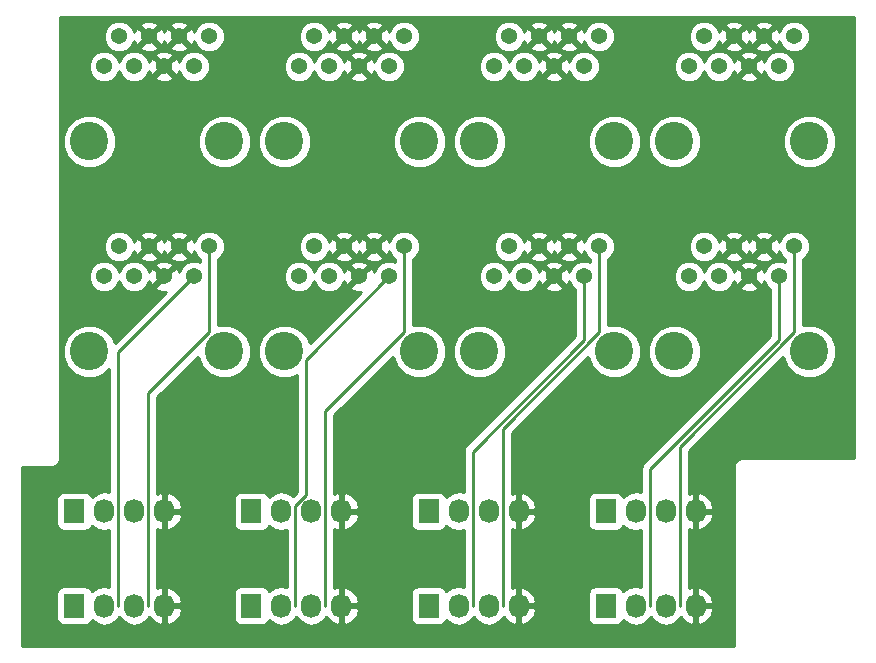
<source format=gbr>
G04 #@! TF.FileFunction,Copper,L2,Bot,Signal*
%FSLAX46Y46*%
G04 Gerber Fmt 4.6, Leading zero omitted, Abs format (unit mm)*
G04 Created by KiCad (PCBNEW (2015-05-26 BZR 5680)-product) date Wednesday, May 27, 2015 'AMt' 09:24:48 AM*
%MOMM*%
G01*
G04 APERTURE LIST*
%ADD10C,0.100000*%
%ADD11R,1.727200X2.032000*%
%ADD12O,1.727200X2.032000*%
%ADD13C,1.371600*%
%ADD14C,3.250000*%
%ADD15C,0.250000*%
%ADD16C,0.254000*%
G04 APERTURE END LIST*
D10*
D11*
X189780000Y-136270000D03*
D12*
X192320000Y-136270000D03*
X194860000Y-136270000D03*
X197400000Y-136270000D03*
D11*
X174780000Y-136270000D03*
D12*
X177320000Y-136270000D03*
X179860000Y-136270000D03*
X182400000Y-136270000D03*
D11*
X159780000Y-136270000D03*
D12*
X162320000Y-136270000D03*
X164860000Y-136270000D03*
X167400000Y-136270000D03*
D11*
X144780000Y-136270000D03*
D12*
X147320000Y-136270000D03*
X149860000Y-136270000D03*
X152400000Y-136270000D03*
D11*
X189780000Y-128270000D03*
D12*
X192320000Y-128270000D03*
X194860000Y-128270000D03*
X197400000Y-128270000D03*
D11*
X174780000Y-128270000D03*
D12*
X177320000Y-128270000D03*
X179860000Y-128270000D03*
X182400000Y-128270000D03*
D11*
X159780000Y-128270000D03*
D12*
X162320000Y-128270000D03*
X164860000Y-128270000D03*
X167400000Y-128270000D03*
D11*
X189780000Y-136270000D03*
D12*
X192320000Y-136270000D03*
X194860000Y-136270000D03*
X197400000Y-136270000D03*
D11*
X174780000Y-136270000D03*
D12*
X177320000Y-136270000D03*
X179860000Y-136270000D03*
X182400000Y-136270000D03*
D11*
X159780000Y-136270000D03*
D12*
X162320000Y-136270000D03*
X164860000Y-136270000D03*
X167400000Y-136270000D03*
D11*
X144780000Y-136270000D03*
D12*
X147320000Y-136270000D03*
X149860000Y-136270000D03*
X152400000Y-136270000D03*
D11*
X189780000Y-128270000D03*
D12*
X192320000Y-128270000D03*
X194860000Y-128270000D03*
X197400000Y-128270000D03*
D11*
X174780000Y-128270000D03*
D12*
X177320000Y-128270000D03*
X179860000Y-128270000D03*
X182400000Y-128270000D03*
D11*
X159780000Y-128270000D03*
D12*
X162320000Y-128270000D03*
X164860000Y-128270000D03*
X167400000Y-128270000D03*
D11*
X189780000Y-136270000D03*
D12*
X192320000Y-136270000D03*
X194860000Y-136270000D03*
X197400000Y-136270000D03*
D11*
X174780000Y-136270000D03*
D12*
X177320000Y-136270000D03*
X179860000Y-136270000D03*
X182400000Y-136270000D03*
D11*
X159780000Y-136270000D03*
D12*
X162320000Y-136270000D03*
X164860000Y-136270000D03*
X167400000Y-136270000D03*
D11*
X144780000Y-136270000D03*
D12*
X147320000Y-136270000D03*
X149860000Y-136270000D03*
X152400000Y-136270000D03*
D11*
X189780000Y-128270000D03*
D12*
X192320000Y-128270000D03*
X194860000Y-128270000D03*
X197400000Y-128270000D03*
D11*
X174780000Y-128270000D03*
D12*
X177320000Y-128270000D03*
X179860000Y-128270000D03*
X182400000Y-128270000D03*
D11*
X159780000Y-128270000D03*
D12*
X162320000Y-128270000D03*
X164860000Y-128270000D03*
X167400000Y-128270000D03*
D11*
X189780000Y-136270000D03*
D12*
X192320000Y-136270000D03*
X194860000Y-136270000D03*
X197400000Y-136270000D03*
D11*
X174780000Y-136270000D03*
D12*
X177320000Y-136270000D03*
X179860000Y-136270000D03*
X182400000Y-136270000D03*
D11*
X159780000Y-136270000D03*
D12*
X162320000Y-136270000D03*
X164860000Y-136270000D03*
X167400000Y-136270000D03*
D11*
X144780000Y-136270000D03*
D12*
X147320000Y-136270000D03*
X149860000Y-136270000D03*
X152400000Y-136270000D03*
D11*
X189780000Y-128270000D03*
D12*
X192320000Y-128270000D03*
X194860000Y-128270000D03*
X197400000Y-128270000D03*
D11*
X174780000Y-128270000D03*
D12*
X177320000Y-128270000D03*
X179860000Y-128270000D03*
X182400000Y-128270000D03*
D11*
X159780000Y-128270000D03*
D12*
X162320000Y-128270000D03*
X164860000Y-128270000D03*
X167400000Y-128270000D03*
D11*
X189780000Y-136270000D03*
D12*
X192320000Y-136270000D03*
X194860000Y-136270000D03*
X197400000Y-136270000D03*
D11*
X174780000Y-136270000D03*
D12*
X177320000Y-136270000D03*
X179860000Y-136270000D03*
X182400000Y-136270000D03*
D11*
X159780000Y-136270000D03*
D12*
X162320000Y-136270000D03*
X164860000Y-136270000D03*
X167400000Y-136270000D03*
D11*
X144780000Y-136270000D03*
D12*
X147320000Y-136270000D03*
X149860000Y-136270000D03*
X152400000Y-136270000D03*
D11*
X189780000Y-128270000D03*
D12*
X192320000Y-128270000D03*
X194860000Y-128270000D03*
X197400000Y-128270000D03*
D11*
X174780000Y-128270000D03*
D12*
X177320000Y-128270000D03*
X179860000Y-128270000D03*
X182400000Y-128270000D03*
D11*
X159780000Y-128270000D03*
D12*
X162320000Y-128270000D03*
X164860000Y-128270000D03*
X167400000Y-128270000D03*
D11*
X189780000Y-136270000D03*
D12*
X192320000Y-136270000D03*
X194860000Y-136270000D03*
X197400000Y-136270000D03*
D11*
X174780000Y-136270000D03*
D12*
X177320000Y-136270000D03*
X179860000Y-136270000D03*
X182400000Y-136270000D03*
D11*
X159780000Y-136270000D03*
D12*
X162320000Y-136270000D03*
X164860000Y-136270000D03*
X167400000Y-136270000D03*
D11*
X144780000Y-136270000D03*
D12*
X147320000Y-136270000D03*
X149860000Y-136270000D03*
X152400000Y-136270000D03*
D11*
X189780000Y-128270000D03*
D12*
X192320000Y-128270000D03*
X194860000Y-128270000D03*
X197400000Y-128270000D03*
D11*
X174780000Y-128270000D03*
D12*
X177320000Y-128270000D03*
X179860000Y-128270000D03*
X182400000Y-128270000D03*
D11*
X159780000Y-128270000D03*
D12*
X162320000Y-128270000D03*
X164860000Y-128270000D03*
X167400000Y-128270000D03*
D11*
X189780000Y-136270000D03*
D12*
X192320000Y-136270000D03*
X194860000Y-136270000D03*
X197400000Y-136270000D03*
D11*
X174780000Y-136270000D03*
D12*
X177320000Y-136270000D03*
X179860000Y-136270000D03*
X182400000Y-136270000D03*
D11*
X159780000Y-136270000D03*
D12*
X162320000Y-136270000D03*
X164860000Y-136270000D03*
X167400000Y-136270000D03*
D11*
X144780000Y-136270000D03*
D12*
X147320000Y-136270000D03*
X149860000Y-136270000D03*
X152400000Y-136270000D03*
D11*
X189780000Y-128270000D03*
D12*
X192320000Y-128270000D03*
X194860000Y-128270000D03*
X197400000Y-128270000D03*
D11*
X174780000Y-128270000D03*
D12*
X177320000Y-128270000D03*
X179860000Y-128270000D03*
X182400000Y-128270000D03*
D11*
X159780000Y-128270000D03*
D12*
X162320000Y-128270000D03*
X164860000Y-128270000D03*
X167400000Y-128270000D03*
D11*
X189780000Y-136270000D03*
D12*
X192320000Y-136270000D03*
X194860000Y-136270000D03*
X197400000Y-136270000D03*
D11*
X174780000Y-136270000D03*
D12*
X177320000Y-136270000D03*
X179860000Y-136270000D03*
X182400000Y-136270000D03*
D11*
X159780000Y-136270000D03*
D12*
X162320000Y-136270000D03*
X164860000Y-136270000D03*
X167400000Y-136270000D03*
D11*
X144780000Y-136270000D03*
D12*
X147320000Y-136270000D03*
X149860000Y-136270000D03*
X152400000Y-136270000D03*
D11*
X189780000Y-128270000D03*
D12*
X192320000Y-128270000D03*
X194860000Y-128270000D03*
X197400000Y-128270000D03*
D11*
X174780000Y-128270000D03*
D12*
X177320000Y-128270000D03*
X179860000Y-128270000D03*
X182400000Y-128270000D03*
D11*
X159780000Y-128270000D03*
D12*
X162320000Y-128270000D03*
X164860000Y-128270000D03*
X167400000Y-128270000D03*
D11*
X144780000Y-128270000D03*
D12*
X147320000Y-128270000D03*
X149860000Y-128270000D03*
X152400000Y-128270000D03*
D13*
X156210000Y-88070000D03*
X153670000Y-88070000D03*
X147320000Y-90610000D03*
X148590000Y-88070000D03*
X149860000Y-90610000D03*
X151130000Y-88070000D03*
X152400000Y-90610000D03*
X154940000Y-90610000D03*
D14*
X146050000Y-96960000D03*
X157480000Y-96960000D03*
D11*
X144780000Y-128270000D03*
D12*
X147320000Y-128270000D03*
X149860000Y-128270000D03*
X152400000Y-128270000D03*
D11*
X144780000Y-128270000D03*
D12*
X147320000Y-128270000D03*
X149860000Y-128270000D03*
X152400000Y-128270000D03*
D11*
X144780000Y-128270000D03*
D12*
X147320000Y-128270000D03*
X149860000Y-128270000D03*
X152400000Y-128270000D03*
D11*
X144780000Y-128270000D03*
D12*
X147320000Y-128270000D03*
X149860000Y-128270000D03*
X152400000Y-128270000D03*
D11*
X144780000Y-128270000D03*
D12*
X147320000Y-128270000D03*
X149860000Y-128270000D03*
X152400000Y-128270000D03*
D11*
X144780000Y-128270000D03*
D12*
X147320000Y-128270000D03*
X149860000Y-128270000D03*
X152400000Y-128270000D03*
D11*
X144780000Y-128270000D03*
D12*
X147320000Y-128270000D03*
X149860000Y-128270000D03*
X152400000Y-128270000D03*
D13*
X172720000Y-88070000D03*
X170180000Y-88070000D03*
X163830000Y-90610000D03*
X165100000Y-88070000D03*
X166370000Y-90610000D03*
X167640000Y-88070000D03*
X168910000Y-90610000D03*
X171450000Y-90610000D03*
D14*
X162560000Y-96960000D03*
X173990000Y-96960000D03*
D13*
X189230000Y-88070000D03*
X186690000Y-88070000D03*
X180340000Y-90610000D03*
X181610000Y-88070000D03*
X182880000Y-90610000D03*
X184150000Y-88070000D03*
X185420000Y-90610000D03*
X187960000Y-90610000D03*
D14*
X179070000Y-96960000D03*
X190500000Y-96960000D03*
D13*
X205740000Y-88070000D03*
X203200000Y-88070000D03*
X196850000Y-90610000D03*
X198120000Y-88070000D03*
X199390000Y-90610000D03*
X200660000Y-88070000D03*
X201930000Y-90610000D03*
X204470000Y-90610000D03*
D14*
X195580000Y-96960000D03*
X207010000Y-96960000D03*
D13*
X156210000Y-105850000D03*
X153670000Y-105850000D03*
X147320000Y-108390000D03*
X148590000Y-105850000D03*
X149860000Y-108390000D03*
X151130000Y-105850000D03*
X152400000Y-108390000D03*
X154940000Y-108390000D03*
D14*
X146050000Y-114740000D03*
X157480000Y-114740000D03*
D13*
X172720000Y-105850000D03*
X170180000Y-105850000D03*
X163830000Y-108390000D03*
X165100000Y-105850000D03*
X166370000Y-108390000D03*
X167640000Y-105850000D03*
X168910000Y-108390000D03*
X171450000Y-108390000D03*
D14*
X162560000Y-114740000D03*
X173990000Y-114740000D03*
D13*
X189230000Y-105850000D03*
X186690000Y-105850000D03*
X180340000Y-108390000D03*
X181610000Y-105850000D03*
X182880000Y-108390000D03*
X184150000Y-105850000D03*
X185420000Y-108390000D03*
X187960000Y-108390000D03*
D14*
X179070000Y-114740000D03*
X190500000Y-114740000D03*
D13*
X205740000Y-105850000D03*
X203200000Y-105850000D03*
X196850000Y-108390000D03*
X198120000Y-105850000D03*
X199390000Y-108390000D03*
X200660000Y-105850000D03*
X201930000Y-108390000D03*
X204470000Y-108390000D03*
D14*
X195580000Y-114740000D03*
X207010000Y-114740000D03*
D15*
X154940000Y-108390000D02*
X148508610Y-114821390D01*
X148508610Y-114821390D02*
X148508610Y-135625262D01*
X148508610Y-135625262D02*
X148508610Y-136270000D01*
X156210000Y-105850000D02*
X156210000Y-113123998D01*
X156210000Y-113123998D02*
X151048610Y-118285388D01*
X151048610Y-118285388D02*
X151048610Y-135625262D01*
X151048610Y-135625262D02*
X151048610Y-136270000D01*
X171450000Y-108390000D02*
X164367662Y-115472338D01*
X164367662Y-115472338D02*
X164367662Y-126928990D01*
X164367662Y-126928990D02*
X163508610Y-127788042D01*
X163508610Y-127788042D02*
X163508610Y-136270000D01*
X172720000Y-105850000D02*
X172720000Y-113123998D01*
X172720000Y-113123998D02*
X166048610Y-119795388D01*
X166048610Y-119795388D02*
X166048610Y-135625262D01*
X166048610Y-135625262D02*
X166048610Y-136270000D01*
X187960000Y-108390000D02*
X187960000Y-113757588D01*
X187960000Y-113757588D02*
X178508610Y-123208978D01*
X178508610Y-123208978D02*
X178508610Y-136270000D01*
X189230000Y-105850000D02*
X189230000Y-113123998D01*
X189230000Y-113123998D02*
X181048610Y-121305388D01*
X181048610Y-121305388D02*
X181048610Y-135625262D01*
X181048610Y-135625262D02*
X181048610Y-136270000D01*
X204470000Y-108390000D02*
X204470000Y-113757588D01*
X204470000Y-113757588D02*
X193508610Y-124718978D01*
X193508610Y-124718978D02*
X193508610Y-135625262D01*
X193508610Y-135625262D02*
X193508610Y-136270000D01*
X205740000Y-105850000D02*
X205740000Y-113123998D01*
X205740000Y-113123998D02*
X196048610Y-122815388D01*
X196048610Y-122815388D02*
X196048610Y-135625262D01*
X196048610Y-135625262D02*
X196048610Y-136270000D01*
D16*
G36*
X210770000Y-123775000D02*
X209270391Y-123775000D01*
X209270391Y-114292430D01*
X209270391Y-96512430D01*
X208927052Y-95681485D01*
X208291859Y-95045182D01*
X207461514Y-94700393D01*
X207061029Y-94700043D01*
X207061029Y-87808429D01*
X206860373Y-87322804D01*
X206489150Y-86950933D01*
X206003876Y-86749430D01*
X205478429Y-86748971D01*
X204992804Y-86949627D01*
X204620933Y-87320850D01*
X204476700Y-87668201D01*
X204359277Y-87384717D01*
X204124979Y-87324626D01*
X203945374Y-87504231D01*
X203945374Y-87145021D01*
X203885283Y-86910723D01*
X203389483Y-86736721D01*
X202864836Y-86765699D01*
X202514717Y-86910723D01*
X202454626Y-87145021D01*
X203200000Y-87890395D01*
X203945374Y-87145021D01*
X203945374Y-87504231D01*
X203379605Y-88070000D01*
X204124979Y-88815374D01*
X204359277Y-88755283D01*
X204467100Y-88448052D01*
X204619627Y-88817196D01*
X204990850Y-89189067D01*
X205476124Y-89390570D01*
X206001571Y-89391029D01*
X206487196Y-89190373D01*
X206859067Y-88819150D01*
X207060570Y-88333876D01*
X207061029Y-87808429D01*
X207061029Y-94700043D01*
X206562430Y-94699609D01*
X205791029Y-95018344D01*
X205791029Y-90348429D01*
X205590373Y-89862804D01*
X205219150Y-89490933D01*
X204733876Y-89289430D01*
X204208429Y-89288971D01*
X203945374Y-89397663D01*
X203945374Y-88994979D01*
X203200000Y-88249605D01*
X203020395Y-88429210D01*
X203020395Y-88070000D01*
X202275021Y-87324626D01*
X202040723Y-87384717D01*
X201939154Y-87674126D01*
X201819277Y-87384717D01*
X201584979Y-87324626D01*
X201405374Y-87504231D01*
X201405374Y-87145021D01*
X201345283Y-86910723D01*
X200849483Y-86736721D01*
X200324836Y-86765699D01*
X199974717Y-86910723D01*
X199914626Y-87145021D01*
X200660000Y-87890395D01*
X201405374Y-87145021D01*
X201405374Y-87504231D01*
X200839605Y-88070000D01*
X201584979Y-88815374D01*
X201819277Y-88755283D01*
X201920845Y-88465873D01*
X202040723Y-88755283D01*
X202275021Y-88815374D01*
X203020395Y-88070000D01*
X203020395Y-88429210D01*
X202454626Y-88994979D01*
X202514717Y-89229277D01*
X203010517Y-89403279D01*
X203535164Y-89374301D01*
X203885283Y-89229277D01*
X203945374Y-88994979D01*
X203945374Y-89397663D01*
X203722804Y-89489627D01*
X203350933Y-89860850D01*
X203206700Y-90208201D01*
X203089277Y-89924717D01*
X202854979Y-89864626D01*
X202675374Y-90044231D01*
X202675374Y-89685021D01*
X202615283Y-89450723D01*
X202119483Y-89276721D01*
X201594836Y-89305699D01*
X201405374Y-89384176D01*
X201405374Y-88994979D01*
X200660000Y-88249605D01*
X200480395Y-88429210D01*
X200480395Y-88070000D01*
X199735021Y-87324626D01*
X199500723Y-87384717D01*
X199392899Y-87691947D01*
X199240373Y-87322804D01*
X198869150Y-86950933D01*
X198383876Y-86749430D01*
X197858429Y-86748971D01*
X197372804Y-86949627D01*
X197000933Y-87320850D01*
X196799430Y-87806124D01*
X196798971Y-88331571D01*
X196999627Y-88817196D01*
X197370850Y-89189067D01*
X197856124Y-89390570D01*
X198381571Y-89391029D01*
X198867196Y-89190373D01*
X199239067Y-88819150D01*
X199383299Y-88471798D01*
X199500723Y-88755283D01*
X199735021Y-88815374D01*
X200480395Y-88070000D01*
X200480395Y-88429210D01*
X199914626Y-88994979D01*
X199974717Y-89229277D01*
X200470517Y-89403279D01*
X200995164Y-89374301D01*
X201345283Y-89229277D01*
X201405374Y-88994979D01*
X201405374Y-89384176D01*
X201244717Y-89450723D01*
X201184626Y-89685021D01*
X201930000Y-90430395D01*
X202675374Y-89685021D01*
X202675374Y-90044231D01*
X202109605Y-90610000D01*
X202854979Y-91355374D01*
X203089277Y-91295283D01*
X203197100Y-90988052D01*
X203349627Y-91357196D01*
X203720850Y-91729067D01*
X204206124Y-91930570D01*
X204731571Y-91931029D01*
X205217196Y-91730373D01*
X205589067Y-91359150D01*
X205790570Y-90873876D01*
X205791029Y-90348429D01*
X205791029Y-95018344D01*
X205731485Y-95042948D01*
X205095182Y-95678141D01*
X204750393Y-96508486D01*
X204749609Y-97407570D01*
X205092948Y-98238515D01*
X205728141Y-98874818D01*
X206558486Y-99219607D01*
X207457570Y-99220391D01*
X208288515Y-98877052D01*
X208924818Y-98241859D01*
X209269607Y-97411514D01*
X209270391Y-96512430D01*
X209270391Y-114292430D01*
X208927052Y-113461485D01*
X208291859Y-112825182D01*
X207461514Y-112480393D01*
X206562430Y-112479609D01*
X206500000Y-112505404D01*
X206500000Y-106957591D01*
X206859067Y-106599150D01*
X207060570Y-106113876D01*
X207061029Y-105588429D01*
X206860373Y-105102804D01*
X206489150Y-104730933D01*
X206003876Y-104529430D01*
X205478429Y-104528971D01*
X204992804Y-104729627D01*
X204620933Y-105100850D01*
X204476700Y-105448201D01*
X204359277Y-105164717D01*
X204124979Y-105104626D01*
X203945374Y-105284231D01*
X203945374Y-104925021D01*
X203885283Y-104690723D01*
X203389483Y-104516721D01*
X202864836Y-104545699D01*
X202675374Y-104624176D01*
X202675374Y-91534979D01*
X201930000Y-90789605D01*
X201750395Y-90969210D01*
X201750395Y-90610000D01*
X201005021Y-89864626D01*
X200770723Y-89924717D01*
X200662899Y-90231947D01*
X200510373Y-89862804D01*
X200139150Y-89490933D01*
X199653876Y-89289430D01*
X199128429Y-89288971D01*
X198642804Y-89489627D01*
X198270933Y-89860850D01*
X198119877Y-90224632D01*
X197970373Y-89862804D01*
X197599150Y-89490933D01*
X197113876Y-89289430D01*
X196588429Y-89288971D01*
X196102804Y-89489627D01*
X195730933Y-89860850D01*
X195529430Y-90346124D01*
X195528971Y-90871571D01*
X195729627Y-91357196D01*
X196100850Y-91729067D01*
X196586124Y-91930570D01*
X197111571Y-91931029D01*
X197597196Y-91730373D01*
X197969067Y-91359150D01*
X198120122Y-90995367D01*
X198269627Y-91357196D01*
X198640850Y-91729067D01*
X199126124Y-91930570D01*
X199651571Y-91931029D01*
X200137196Y-91730373D01*
X200509067Y-91359150D01*
X200653299Y-91011798D01*
X200770723Y-91295283D01*
X201005021Y-91355374D01*
X201750395Y-90610000D01*
X201750395Y-90969210D01*
X201184626Y-91534979D01*
X201244717Y-91769277D01*
X201740517Y-91943279D01*
X202265164Y-91914301D01*
X202615283Y-91769277D01*
X202675374Y-91534979D01*
X202675374Y-104624176D01*
X202514717Y-104690723D01*
X202454626Y-104925021D01*
X203200000Y-105670395D01*
X203945374Y-104925021D01*
X203945374Y-105284231D01*
X203379605Y-105850000D01*
X204124979Y-106595374D01*
X204359277Y-106535283D01*
X204467100Y-106228052D01*
X204619627Y-106597196D01*
X204980000Y-106958198D01*
X204980000Y-107171629D01*
X204733876Y-107069430D01*
X204208429Y-107068971D01*
X203945374Y-107177663D01*
X203945374Y-106774979D01*
X203200000Y-106029605D01*
X203020395Y-106209210D01*
X203020395Y-105850000D01*
X202275021Y-105104626D01*
X202040723Y-105164717D01*
X201939154Y-105454126D01*
X201819277Y-105164717D01*
X201584979Y-105104626D01*
X201405374Y-105284231D01*
X201405374Y-104925021D01*
X201345283Y-104690723D01*
X200849483Y-104516721D01*
X200324836Y-104545699D01*
X199974717Y-104690723D01*
X199914626Y-104925021D01*
X200660000Y-105670395D01*
X201405374Y-104925021D01*
X201405374Y-105284231D01*
X200839605Y-105850000D01*
X201584979Y-106595374D01*
X201819277Y-106535283D01*
X201920845Y-106245873D01*
X202040723Y-106535283D01*
X202275021Y-106595374D01*
X203020395Y-105850000D01*
X203020395Y-106209210D01*
X202454626Y-106774979D01*
X202514717Y-107009277D01*
X203010517Y-107183279D01*
X203535164Y-107154301D01*
X203885283Y-107009277D01*
X203945374Y-106774979D01*
X203945374Y-107177663D01*
X203722804Y-107269627D01*
X203350933Y-107640850D01*
X203206700Y-107988201D01*
X203089277Y-107704717D01*
X202854979Y-107644626D01*
X202675374Y-107824231D01*
X202675374Y-107465021D01*
X202615283Y-107230723D01*
X202119483Y-107056721D01*
X201594836Y-107085699D01*
X201405374Y-107164176D01*
X201405374Y-106774979D01*
X200660000Y-106029605D01*
X200480395Y-106209210D01*
X200480395Y-105850000D01*
X199735021Y-105104626D01*
X199500723Y-105164717D01*
X199392899Y-105471947D01*
X199240373Y-105102804D01*
X198869150Y-104730933D01*
X198383876Y-104529430D01*
X197858429Y-104528971D01*
X197840391Y-104536424D01*
X197840391Y-96512430D01*
X197497052Y-95681485D01*
X196861859Y-95045182D01*
X196031514Y-94700393D01*
X195132430Y-94699609D01*
X194301485Y-95042948D01*
X193665182Y-95678141D01*
X193320393Y-96508486D01*
X193319609Y-97407570D01*
X193662948Y-98238515D01*
X194298141Y-98874818D01*
X195128486Y-99219607D01*
X196027570Y-99220391D01*
X196858515Y-98877052D01*
X197494818Y-98241859D01*
X197839607Y-97411514D01*
X197840391Y-96512430D01*
X197840391Y-104536424D01*
X197372804Y-104729627D01*
X197000933Y-105100850D01*
X196799430Y-105586124D01*
X196798971Y-106111571D01*
X196999627Y-106597196D01*
X197370850Y-106969067D01*
X197856124Y-107170570D01*
X198381571Y-107171029D01*
X198867196Y-106970373D01*
X199239067Y-106599150D01*
X199383299Y-106251798D01*
X199500723Y-106535283D01*
X199735021Y-106595374D01*
X200480395Y-105850000D01*
X200480395Y-106209210D01*
X199914626Y-106774979D01*
X199974717Y-107009277D01*
X200470517Y-107183279D01*
X200995164Y-107154301D01*
X201345283Y-107009277D01*
X201405374Y-106774979D01*
X201405374Y-107164176D01*
X201244717Y-107230723D01*
X201184626Y-107465021D01*
X201930000Y-108210395D01*
X202675374Y-107465021D01*
X202675374Y-107824231D01*
X202109605Y-108390000D01*
X202854979Y-109135374D01*
X203089277Y-109075283D01*
X203197100Y-108768052D01*
X203349627Y-109137196D01*
X203710000Y-109498198D01*
X203710000Y-113442786D01*
X202675374Y-114477412D01*
X202675374Y-109314979D01*
X201930000Y-108569605D01*
X201750395Y-108749210D01*
X201750395Y-108390000D01*
X201005021Y-107644626D01*
X200770723Y-107704717D01*
X200662899Y-108011947D01*
X200510373Y-107642804D01*
X200139150Y-107270933D01*
X199653876Y-107069430D01*
X199128429Y-107068971D01*
X198642804Y-107269627D01*
X198270933Y-107640850D01*
X198119877Y-108004632D01*
X197970373Y-107642804D01*
X197599150Y-107270933D01*
X197113876Y-107069430D01*
X196588429Y-107068971D01*
X196102804Y-107269627D01*
X195730933Y-107640850D01*
X195529430Y-108126124D01*
X195528971Y-108651571D01*
X195729627Y-109137196D01*
X196100850Y-109509067D01*
X196586124Y-109710570D01*
X197111571Y-109711029D01*
X197597196Y-109510373D01*
X197969067Y-109139150D01*
X198120122Y-108775367D01*
X198269627Y-109137196D01*
X198640850Y-109509067D01*
X199126124Y-109710570D01*
X199651571Y-109711029D01*
X200137196Y-109510373D01*
X200509067Y-109139150D01*
X200653299Y-108791798D01*
X200770723Y-109075283D01*
X201005021Y-109135374D01*
X201750395Y-108390000D01*
X201750395Y-108749210D01*
X201184626Y-109314979D01*
X201244717Y-109549277D01*
X201740517Y-109723279D01*
X202265164Y-109694301D01*
X202615283Y-109549277D01*
X202675374Y-109314979D01*
X202675374Y-114477412D01*
X197840391Y-119312395D01*
X197840391Y-114292430D01*
X197497052Y-113461485D01*
X196861859Y-112825182D01*
X196031514Y-112480393D01*
X195132430Y-112479609D01*
X194301485Y-112822948D01*
X193665182Y-113458141D01*
X193320393Y-114288486D01*
X193319609Y-115187570D01*
X193662948Y-116018515D01*
X194298141Y-116654818D01*
X195128486Y-116999607D01*
X196027570Y-117000391D01*
X196858515Y-116657052D01*
X197494818Y-116021859D01*
X197839607Y-115191514D01*
X197840391Y-114292430D01*
X197840391Y-119312395D01*
X192971209Y-124181577D01*
X192806462Y-124428139D01*
X192760391Y-124659751D01*
X192760391Y-114292430D01*
X192760391Y-96512430D01*
X192417052Y-95681485D01*
X191781859Y-95045182D01*
X190951514Y-94700393D01*
X190551029Y-94700043D01*
X190551029Y-87808429D01*
X190350373Y-87322804D01*
X189979150Y-86950933D01*
X189493876Y-86749430D01*
X188968429Y-86748971D01*
X188482804Y-86949627D01*
X188110933Y-87320850D01*
X187966700Y-87668201D01*
X187849277Y-87384717D01*
X187614979Y-87324626D01*
X187435374Y-87504231D01*
X187435374Y-87145021D01*
X187375283Y-86910723D01*
X186879483Y-86736721D01*
X186354836Y-86765699D01*
X186004717Y-86910723D01*
X185944626Y-87145021D01*
X186690000Y-87890395D01*
X187435374Y-87145021D01*
X187435374Y-87504231D01*
X186869605Y-88070000D01*
X187614979Y-88815374D01*
X187849277Y-88755283D01*
X187957100Y-88448052D01*
X188109627Y-88817196D01*
X188480850Y-89189067D01*
X188966124Y-89390570D01*
X189491571Y-89391029D01*
X189977196Y-89190373D01*
X190349067Y-88819150D01*
X190550570Y-88333876D01*
X190551029Y-87808429D01*
X190551029Y-94700043D01*
X190052430Y-94699609D01*
X189281029Y-95018344D01*
X189281029Y-90348429D01*
X189080373Y-89862804D01*
X188709150Y-89490933D01*
X188223876Y-89289430D01*
X187698429Y-89288971D01*
X187435374Y-89397663D01*
X187435374Y-88994979D01*
X186690000Y-88249605D01*
X186510395Y-88429210D01*
X186510395Y-88070000D01*
X185765021Y-87324626D01*
X185530723Y-87384717D01*
X185429154Y-87674126D01*
X185309277Y-87384717D01*
X185074979Y-87324626D01*
X184895374Y-87504231D01*
X184895374Y-87145021D01*
X184835283Y-86910723D01*
X184339483Y-86736721D01*
X183814836Y-86765699D01*
X183464717Y-86910723D01*
X183404626Y-87145021D01*
X184150000Y-87890395D01*
X184895374Y-87145021D01*
X184895374Y-87504231D01*
X184329605Y-88070000D01*
X185074979Y-88815374D01*
X185309277Y-88755283D01*
X185410845Y-88465873D01*
X185530723Y-88755283D01*
X185765021Y-88815374D01*
X186510395Y-88070000D01*
X186510395Y-88429210D01*
X185944626Y-88994979D01*
X186004717Y-89229277D01*
X186500517Y-89403279D01*
X187025164Y-89374301D01*
X187375283Y-89229277D01*
X187435374Y-88994979D01*
X187435374Y-89397663D01*
X187212804Y-89489627D01*
X186840933Y-89860850D01*
X186696700Y-90208201D01*
X186579277Y-89924717D01*
X186344979Y-89864626D01*
X186165374Y-90044231D01*
X186165374Y-89685021D01*
X186105283Y-89450723D01*
X185609483Y-89276721D01*
X185084836Y-89305699D01*
X184895374Y-89384176D01*
X184895374Y-88994979D01*
X184150000Y-88249605D01*
X183970395Y-88429210D01*
X183970395Y-88070000D01*
X183225021Y-87324626D01*
X182990723Y-87384717D01*
X182882899Y-87691947D01*
X182730373Y-87322804D01*
X182359150Y-86950933D01*
X181873876Y-86749430D01*
X181348429Y-86748971D01*
X180862804Y-86949627D01*
X180490933Y-87320850D01*
X180289430Y-87806124D01*
X180288971Y-88331571D01*
X180489627Y-88817196D01*
X180860850Y-89189067D01*
X181346124Y-89390570D01*
X181871571Y-89391029D01*
X182357196Y-89190373D01*
X182729067Y-88819150D01*
X182873299Y-88471798D01*
X182990723Y-88755283D01*
X183225021Y-88815374D01*
X183970395Y-88070000D01*
X183970395Y-88429210D01*
X183404626Y-88994979D01*
X183464717Y-89229277D01*
X183960517Y-89403279D01*
X184485164Y-89374301D01*
X184835283Y-89229277D01*
X184895374Y-88994979D01*
X184895374Y-89384176D01*
X184734717Y-89450723D01*
X184674626Y-89685021D01*
X185420000Y-90430395D01*
X186165374Y-89685021D01*
X186165374Y-90044231D01*
X185599605Y-90610000D01*
X186344979Y-91355374D01*
X186579277Y-91295283D01*
X186687100Y-90988052D01*
X186839627Y-91357196D01*
X187210850Y-91729067D01*
X187696124Y-91930570D01*
X188221571Y-91931029D01*
X188707196Y-91730373D01*
X189079067Y-91359150D01*
X189280570Y-90873876D01*
X189281029Y-90348429D01*
X189281029Y-95018344D01*
X189221485Y-95042948D01*
X188585182Y-95678141D01*
X188240393Y-96508486D01*
X188239609Y-97407570D01*
X188582948Y-98238515D01*
X189218141Y-98874818D01*
X190048486Y-99219607D01*
X190947570Y-99220391D01*
X191778515Y-98877052D01*
X192414818Y-98241859D01*
X192759607Y-97411514D01*
X192760391Y-96512430D01*
X192760391Y-114292430D01*
X192417052Y-113461485D01*
X191781859Y-112825182D01*
X190951514Y-112480393D01*
X190052430Y-112479609D01*
X189990000Y-112505404D01*
X189990000Y-106957591D01*
X190349067Y-106599150D01*
X190550570Y-106113876D01*
X190551029Y-105588429D01*
X190350373Y-105102804D01*
X189979150Y-104730933D01*
X189493876Y-104529430D01*
X188968429Y-104528971D01*
X188482804Y-104729627D01*
X188110933Y-105100850D01*
X187966700Y-105448201D01*
X187849277Y-105164717D01*
X187614979Y-105104626D01*
X187435374Y-105284231D01*
X187435374Y-104925021D01*
X187375283Y-104690723D01*
X186879483Y-104516721D01*
X186354836Y-104545699D01*
X186165374Y-104624176D01*
X186165374Y-91534979D01*
X185420000Y-90789605D01*
X185240395Y-90969210D01*
X185240395Y-90610000D01*
X184495021Y-89864626D01*
X184260723Y-89924717D01*
X184152899Y-90231947D01*
X184000373Y-89862804D01*
X183629150Y-89490933D01*
X183143876Y-89289430D01*
X182618429Y-89288971D01*
X182132804Y-89489627D01*
X181760933Y-89860850D01*
X181609877Y-90224632D01*
X181460373Y-89862804D01*
X181089150Y-89490933D01*
X180603876Y-89289430D01*
X180078429Y-89288971D01*
X179592804Y-89489627D01*
X179220933Y-89860850D01*
X179019430Y-90346124D01*
X179018971Y-90871571D01*
X179219627Y-91357196D01*
X179590850Y-91729067D01*
X180076124Y-91930570D01*
X180601571Y-91931029D01*
X181087196Y-91730373D01*
X181459067Y-91359150D01*
X181610122Y-90995367D01*
X181759627Y-91357196D01*
X182130850Y-91729067D01*
X182616124Y-91930570D01*
X183141571Y-91931029D01*
X183627196Y-91730373D01*
X183999067Y-91359150D01*
X184143299Y-91011798D01*
X184260723Y-91295283D01*
X184495021Y-91355374D01*
X185240395Y-90610000D01*
X185240395Y-90969210D01*
X184674626Y-91534979D01*
X184734717Y-91769277D01*
X185230517Y-91943279D01*
X185755164Y-91914301D01*
X186105283Y-91769277D01*
X186165374Y-91534979D01*
X186165374Y-104624176D01*
X186004717Y-104690723D01*
X185944626Y-104925021D01*
X186690000Y-105670395D01*
X187435374Y-104925021D01*
X187435374Y-105284231D01*
X186869605Y-105850000D01*
X187614979Y-106595374D01*
X187849277Y-106535283D01*
X187957100Y-106228052D01*
X188109627Y-106597196D01*
X188470000Y-106958198D01*
X188470000Y-107171629D01*
X188223876Y-107069430D01*
X187698429Y-107068971D01*
X187435374Y-107177663D01*
X187435374Y-106774979D01*
X186690000Y-106029605D01*
X186510395Y-106209210D01*
X186510395Y-105850000D01*
X185765021Y-105104626D01*
X185530723Y-105164717D01*
X185429154Y-105454126D01*
X185309277Y-105164717D01*
X185074979Y-105104626D01*
X184895374Y-105284231D01*
X184895374Y-104925021D01*
X184835283Y-104690723D01*
X184339483Y-104516721D01*
X183814836Y-104545699D01*
X183464717Y-104690723D01*
X183404626Y-104925021D01*
X184150000Y-105670395D01*
X184895374Y-104925021D01*
X184895374Y-105284231D01*
X184329605Y-105850000D01*
X185074979Y-106595374D01*
X185309277Y-106535283D01*
X185410845Y-106245873D01*
X185530723Y-106535283D01*
X185765021Y-106595374D01*
X186510395Y-105850000D01*
X186510395Y-106209210D01*
X185944626Y-106774979D01*
X186004717Y-107009277D01*
X186500517Y-107183279D01*
X187025164Y-107154301D01*
X187375283Y-107009277D01*
X187435374Y-106774979D01*
X187435374Y-107177663D01*
X187212804Y-107269627D01*
X186840933Y-107640850D01*
X186696700Y-107988201D01*
X186579277Y-107704717D01*
X186344979Y-107644626D01*
X186165374Y-107824231D01*
X186165374Y-107465021D01*
X186105283Y-107230723D01*
X185609483Y-107056721D01*
X185084836Y-107085699D01*
X184895374Y-107164176D01*
X184895374Y-106774979D01*
X184150000Y-106029605D01*
X183970395Y-106209210D01*
X183970395Y-105850000D01*
X183225021Y-105104626D01*
X182990723Y-105164717D01*
X182882899Y-105471947D01*
X182730373Y-105102804D01*
X182359150Y-104730933D01*
X181873876Y-104529430D01*
X181348429Y-104528971D01*
X181330391Y-104536424D01*
X181330391Y-96512430D01*
X180987052Y-95681485D01*
X180351859Y-95045182D01*
X179521514Y-94700393D01*
X178622430Y-94699609D01*
X177791485Y-95042948D01*
X177155182Y-95678141D01*
X176810393Y-96508486D01*
X176809609Y-97407570D01*
X177152948Y-98238515D01*
X177788141Y-98874818D01*
X178618486Y-99219607D01*
X179517570Y-99220391D01*
X180348515Y-98877052D01*
X180984818Y-98241859D01*
X181329607Y-97411514D01*
X181330391Y-96512430D01*
X181330391Y-104536424D01*
X180862804Y-104729627D01*
X180490933Y-105100850D01*
X180289430Y-105586124D01*
X180288971Y-106111571D01*
X180489627Y-106597196D01*
X180860850Y-106969067D01*
X181346124Y-107170570D01*
X181871571Y-107171029D01*
X182357196Y-106970373D01*
X182729067Y-106599150D01*
X182873299Y-106251798D01*
X182990723Y-106535283D01*
X183225021Y-106595374D01*
X183970395Y-105850000D01*
X183970395Y-106209210D01*
X183404626Y-106774979D01*
X183464717Y-107009277D01*
X183960517Y-107183279D01*
X184485164Y-107154301D01*
X184835283Y-107009277D01*
X184895374Y-106774979D01*
X184895374Y-107164176D01*
X184734717Y-107230723D01*
X184674626Y-107465021D01*
X185420000Y-108210395D01*
X186165374Y-107465021D01*
X186165374Y-107824231D01*
X185599605Y-108390000D01*
X186344979Y-109135374D01*
X186579277Y-109075283D01*
X186687100Y-108768052D01*
X186839627Y-109137196D01*
X187200000Y-109498198D01*
X187200000Y-113442786D01*
X186165374Y-114477412D01*
X186165374Y-109314979D01*
X185420000Y-108569605D01*
X185240395Y-108749210D01*
X185240395Y-108390000D01*
X184495021Y-107644626D01*
X184260723Y-107704717D01*
X184152899Y-108011947D01*
X184000373Y-107642804D01*
X183629150Y-107270933D01*
X183143876Y-107069430D01*
X182618429Y-107068971D01*
X182132804Y-107269627D01*
X181760933Y-107640850D01*
X181609877Y-108004632D01*
X181460373Y-107642804D01*
X181089150Y-107270933D01*
X180603876Y-107069430D01*
X180078429Y-107068971D01*
X179592804Y-107269627D01*
X179220933Y-107640850D01*
X179019430Y-108126124D01*
X179018971Y-108651571D01*
X179219627Y-109137196D01*
X179590850Y-109509067D01*
X180076124Y-109710570D01*
X180601571Y-109711029D01*
X181087196Y-109510373D01*
X181459067Y-109139150D01*
X181610122Y-108775367D01*
X181759627Y-109137196D01*
X182130850Y-109509067D01*
X182616124Y-109710570D01*
X183141571Y-109711029D01*
X183627196Y-109510373D01*
X183999067Y-109139150D01*
X184143299Y-108791798D01*
X184260723Y-109075283D01*
X184495021Y-109135374D01*
X185240395Y-108390000D01*
X185240395Y-108749210D01*
X184674626Y-109314979D01*
X184734717Y-109549277D01*
X185230517Y-109723279D01*
X185755164Y-109694301D01*
X186105283Y-109549277D01*
X186165374Y-109314979D01*
X186165374Y-114477412D01*
X181330391Y-119312395D01*
X181330391Y-114292430D01*
X180987052Y-113461485D01*
X180351859Y-112825182D01*
X179521514Y-112480393D01*
X178622430Y-112479609D01*
X177791485Y-112822948D01*
X177155182Y-113458141D01*
X176810393Y-114288486D01*
X176809609Y-115187570D01*
X177152948Y-116018515D01*
X177788141Y-116654818D01*
X178618486Y-116999607D01*
X179517570Y-117000391D01*
X180348515Y-116657052D01*
X180984818Y-116021859D01*
X181329607Y-115191514D01*
X181330391Y-114292430D01*
X181330391Y-119312395D01*
X177971209Y-122671577D01*
X177806462Y-122918139D01*
X177748610Y-123208978D01*
X177748610Y-126671910D01*
X177320000Y-126586655D01*
X176746511Y-126700729D01*
X176260330Y-127025585D01*
X176250391Y-127040458D01*
X176250391Y-114292430D01*
X176250391Y-96512430D01*
X175907052Y-95681485D01*
X175271859Y-95045182D01*
X174441514Y-94700393D01*
X174041029Y-94700043D01*
X174041029Y-87808429D01*
X173840373Y-87322804D01*
X173469150Y-86950933D01*
X172983876Y-86749430D01*
X172458429Y-86748971D01*
X171972804Y-86949627D01*
X171600933Y-87320850D01*
X171456700Y-87668201D01*
X171339277Y-87384717D01*
X171104979Y-87324626D01*
X170925374Y-87504231D01*
X170925374Y-87145021D01*
X170865283Y-86910723D01*
X170369483Y-86736721D01*
X169844836Y-86765699D01*
X169494717Y-86910723D01*
X169434626Y-87145021D01*
X170180000Y-87890395D01*
X170925374Y-87145021D01*
X170925374Y-87504231D01*
X170359605Y-88070000D01*
X171104979Y-88815374D01*
X171339277Y-88755283D01*
X171447100Y-88448052D01*
X171599627Y-88817196D01*
X171970850Y-89189067D01*
X172456124Y-89390570D01*
X172981571Y-89391029D01*
X173467196Y-89190373D01*
X173839067Y-88819150D01*
X174040570Y-88333876D01*
X174041029Y-87808429D01*
X174041029Y-94700043D01*
X173542430Y-94699609D01*
X172771029Y-95018344D01*
X172771029Y-90348429D01*
X172570373Y-89862804D01*
X172199150Y-89490933D01*
X171713876Y-89289430D01*
X171188429Y-89288971D01*
X170925374Y-89397663D01*
X170925374Y-88994979D01*
X170180000Y-88249605D01*
X170000395Y-88429210D01*
X170000395Y-88070000D01*
X169255021Y-87324626D01*
X169020723Y-87384717D01*
X168919154Y-87674126D01*
X168799277Y-87384717D01*
X168564979Y-87324626D01*
X168385374Y-87504231D01*
X168385374Y-87145021D01*
X168325283Y-86910723D01*
X167829483Y-86736721D01*
X167304836Y-86765699D01*
X166954717Y-86910723D01*
X166894626Y-87145021D01*
X167640000Y-87890395D01*
X168385374Y-87145021D01*
X168385374Y-87504231D01*
X167819605Y-88070000D01*
X168564979Y-88815374D01*
X168799277Y-88755283D01*
X168900845Y-88465873D01*
X169020723Y-88755283D01*
X169255021Y-88815374D01*
X170000395Y-88070000D01*
X170000395Y-88429210D01*
X169434626Y-88994979D01*
X169494717Y-89229277D01*
X169990517Y-89403279D01*
X170515164Y-89374301D01*
X170865283Y-89229277D01*
X170925374Y-88994979D01*
X170925374Y-89397663D01*
X170702804Y-89489627D01*
X170330933Y-89860850D01*
X170186700Y-90208201D01*
X170069277Y-89924717D01*
X169834979Y-89864626D01*
X169655374Y-90044231D01*
X169655374Y-89685021D01*
X169595283Y-89450723D01*
X169099483Y-89276721D01*
X168574836Y-89305699D01*
X168385374Y-89384176D01*
X168385374Y-88994979D01*
X167640000Y-88249605D01*
X167460395Y-88429210D01*
X167460395Y-88070000D01*
X166715021Y-87324626D01*
X166480723Y-87384717D01*
X166372899Y-87691947D01*
X166220373Y-87322804D01*
X165849150Y-86950933D01*
X165363876Y-86749430D01*
X164838429Y-86748971D01*
X164352804Y-86949627D01*
X163980933Y-87320850D01*
X163779430Y-87806124D01*
X163778971Y-88331571D01*
X163979627Y-88817196D01*
X164350850Y-89189067D01*
X164836124Y-89390570D01*
X165361571Y-89391029D01*
X165847196Y-89190373D01*
X166219067Y-88819150D01*
X166363299Y-88471798D01*
X166480723Y-88755283D01*
X166715021Y-88815374D01*
X167460395Y-88070000D01*
X167460395Y-88429210D01*
X166894626Y-88994979D01*
X166954717Y-89229277D01*
X167450517Y-89403279D01*
X167975164Y-89374301D01*
X168325283Y-89229277D01*
X168385374Y-88994979D01*
X168385374Y-89384176D01*
X168224717Y-89450723D01*
X168164626Y-89685021D01*
X168910000Y-90430395D01*
X169655374Y-89685021D01*
X169655374Y-90044231D01*
X169089605Y-90610000D01*
X169834979Y-91355374D01*
X170069277Y-91295283D01*
X170177100Y-90988052D01*
X170329627Y-91357196D01*
X170700850Y-91729067D01*
X171186124Y-91930570D01*
X171711571Y-91931029D01*
X172197196Y-91730373D01*
X172569067Y-91359150D01*
X172770570Y-90873876D01*
X172771029Y-90348429D01*
X172771029Y-95018344D01*
X172711485Y-95042948D01*
X172075182Y-95678141D01*
X171730393Y-96508486D01*
X171729609Y-97407570D01*
X172072948Y-98238515D01*
X172708141Y-98874818D01*
X173538486Y-99219607D01*
X174437570Y-99220391D01*
X175268515Y-98877052D01*
X175904818Y-98241859D01*
X176249607Y-97411514D01*
X176250391Y-96512430D01*
X176250391Y-114292430D01*
X175907052Y-113461485D01*
X175271859Y-112825182D01*
X174441514Y-112480393D01*
X173542430Y-112479609D01*
X173480000Y-112505404D01*
X173480000Y-106957591D01*
X173839067Y-106599150D01*
X174040570Y-106113876D01*
X174041029Y-105588429D01*
X173840373Y-105102804D01*
X173469150Y-104730933D01*
X172983876Y-104529430D01*
X172458429Y-104528971D01*
X171972804Y-104729627D01*
X171600933Y-105100850D01*
X171456700Y-105448201D01*
X171339277Y-105164717D01*
X171104979Y-105104626D01*
X170925374Y-105284231D01*
X170925374Y-104925021D01*
X170865283Y-104690723D01*
X170369483Y-104516721D01*
X169844836Y-104545699D01*
X169655374Y-104624176D01*
X169655374Y-91534979D01*
X168910000Y-90789605D01*
X168730395Y-90969210D01*
X168730395Y-90610000D01*
X167985021Y-89864626D01*
X167750723Y-89924717D01*
X167642899Y-90231947D01*
X167490373Y-89862804D01*
X167119150Y-89490933D01*
X166633876Y-89289430D01*
X166108429Y-89288971D01*
X165622804Y-89489627D01*
X165250933Y-89860850D01*
X165099877Y-90224632D01*
X164950373Y-89862804D01*
X164579150Y-89490933D01*
X164093876Y-89289430D01*
X163568429Y-89288971D01*
X163082804Y-89489627D01*
X162710933Y-89860850D01*
X162509430Y-90346124D01*
X162508971Y-90871571D01*
X162709627Y-91357196D01*
X163080850Y-91729067D01*
X163566124Y-91930570D01*
X164091571Y-91931029D01*
X164577196Y-91730373D01*
X164949067Y-91359150D01*
X165100122Y-90995367D01*
X165249627Y-91357196D01*
X165620850Y-91729067D01*
X166106124Y-91930570D01*
X166631571Y-91931029D01*
X167117196Y-91730373D01*
X167489067Y-91359150D01*
X167633299Y-91011798D01*
X167750723Y-91295283D01*
X167985021Y-91355374D01*
X168730395Y-90610000D01*
X168730395Y-90969210D01*
X168164626Y-91534979D01*
X168224717Y-91769277D01*
X168720517Y-91943279D01*
X169245164Y-91914301D01*
X169595283Y-91769277D01*
X169655374Y-91534979D01*
X169655374Y-104624176D01*
X169494717Y-104690723D01*
X169434626Y-104925021D01*
X170180000Y-105670395D01*
X170925374Y-104925021D01*
X170925374Y-105284231D01*
X170359605Y-105850000D01*
X171104979Y-106595374D01*
X171339277Y-106535283D01*
X171447100Y-106228052D01*
X171599627Y-106597196D01*
X171960000Y-106958198D01*
X171960000Y-107171629D01*
X171713876Y-107069430D01*
X171188429Y-107068971D01*
X170925374Y-107177663D01*
X170925374Y-106774979D01*
X170180000Y-106029605D01*
X170000395Y-106209210D01*
X170000395Y-105850000D01*
X169255021Y-105104626D01*
X169020723Y-105164717D01*
X168919154Y-105454126D01*
X168799277Y-105164717D01*
X168564979Y-105104626D01*
X168385374Y-105284231D01*
X168385374Y-104925021D01*
X168325283Y-104690723D01*
X167829483Y-104516721D01*
X167304836Y-104545699D01*
X166954717Y-104690723D01*
X166894626Y-104925021D01*
X167640000Y-105670395D01*
X168385374Y-104925021D01*
X168385374Y-105284231D01*
X167819605Y-105850000D01*
X168564979Y-106595374D01*
X168799277Y-106535283D01*
X168900845Y-106245873D01*
X169020723Y-106535283D01*
X169255021Y-106595374D01*
X170000395Y-105850000D01*
X170000395Y-106209210D01*
X169434626Y-106774979D01*
X169494717Y-107009277D01*
X169990517Y-107183279D01*
X170515164Y-107154301D01*
X170865283Y-107009277D01*
X170925374Y-106774979D01*
X170925374Y-107177663D01*
X170702804Y-107269627D01*
X170330933Y-107640850D01*
X170186700Y-107988201D01*
X170069277Y-107704717D01*
X169834979Y-107644626D01*
X169655374Y-107824231D01*
X169655374Y-107465021D01*
X169595283Y-107230723D01*
X169099483Y-107056721D01*
X168574836Y-107085699D01*
X168385374Y-107164176D01*
X168385374Y-106774979D01*
X167640000Y-106029605D01*
X167460395Y-106209210D01*
X167460395Y-105850000D01*
X166715021Y-105104626D01*
X166480723Y-105164717D01*
X166372899Y-105471947D01*
X166220373Y-105102804D01*
X165849150Y-104730933D01*
X165363876Y-104529430D01*
X164838429Y-104528971D01*
X164820391Y-104536424D01*
X164820391Y-96512430D01*
X164477052Y-95681485D01*
X163841859Y-95045182D01*
X163011514Y-94700393D01*
X162112430Y-94699609D01*
X161281485Y-95042948D01*
X160645182Y-95678141D01*
X160300393Y-96508486D01*
X160299609Y-97407570D01*
X160642948Y-98238515D01*
X161278141Y-98874818D01*
X162108486Y-99219607D01*
X163007570Y-99220391D01*
X163838515Y-98877052D01*
X164474818Y-98241859D01*
X164819607Y-97411514D01*
X164820391Y-96512430D01*
X164820391Y-104536424D01*
X164352804Y-104729627D01*
X163980933Y-105100850D01*
X163779430Y-105586124D01*
X163778971Y-106111571D01*
X163979627Y-106597196D01*
X164350850Y-106969067D01*
X164836124Y-107170570D01*
X165361571Y-107171029D01*
X165847196Y-106970373D01*
X166219067Y-106599150D01*
X166363299Y-106251798D01*
X166480723Y-106535283D01*
X166715021Y-106595374D01*
X167460395Y-105850000D01*
X167460395Y-106209210D01*
X166894626Y-106774979D01*
X166954717Y-107009277D01*
X167450517Y-107183279D01*
X167975164Y-107154301D01*
X168325283Y-107009277D01*
X168385374Y-106774979D01*
X168385374Y-107164176D01*
X168224717Y-107230723D01*
X168164626Y-107465021D01*
X168910000Y-108210395D01*
X169655374Y-107465021D01*
X169655374Y-107824231D01*
X169089605Y-108390000D01*
X169103747Y-108404142D01*
X168924142Y-108583747D01*
X168910000Y-108569605D01*
X168730395Y-108749210D01*
X168730395Y-108390000D01*
X167985021Y-107644626D01*
X167750723Y-107704717D01*
X167642899Y-108011947D01*
X167490373Y-107642804D01*
X167119150Y-107270933D01*
X166633876Y-107069430D01*
X166108429Y-107068971D01*
X165622804Y-107269627D01*
X165250933Y-107640850D01*
X165099877Y-108004632D01*
X164950373Y-107642804D01*
X164579150Y-107270933D01*
X164093876Y-107069430D01*
X163568429Y-107068971D01*
X163082804Y-107269627D01*
X162710933Y-107640850D01*
X162509430Y-108126124D01*
X162508971Y-108651571D01*
X162709627Y-109137196D01*
X163080850Y-109509067D01*
X163566124Y-109710570D01*
X164091571Y-109711029D01*
X164577196Y-109510373D01*
X164949067Y-109139150D01*
X165100122Y-108775367D01*
X165249627Y-109137196D01*
X165620850Y-109509067D01*
X166106124Y-109710570D01*
X166631571Y-109711029D01*
X167117196Y-109510373D01*
X167489067Y-109139150D01*
X167633299Y-108791798D01*
X167750723Y-109075283D01*
X167985021Y-109135374D01*
X168730395Y-108390000D01*
X168730395Y-108749210D01*
X168164626Y-109314979D01*
X168224717Y-109549277D01*
X168720517Y-109723279D01*
X169060708Y-109704489D01*
X164718752Y-114046445D01*
X164477052Y-113461485D01*
X163841859Y-112825182D01*
X163011514Y-112480393D01*
X162112430Y-112479609D01*
X161281485Y-112822948D01*
X160645182Y-113458141D01*
X160300393Y-114288486D01*
X160299609Y-115187570D01*
X160642948Y-116018515D01*
X161278141Y-116654818D01*
X162108486Y-116999607D01*
X163007570Y-117000391D01*
X163607662Y-116752438D01*
X163607662Y-126614188D01*
X163269726Y-126952123D01*
X162893489Y-126700729D01*
X162320000Y-126586655D01*
X161746511Y-126700729D01*
X161260330Y-127025585D01*
X161249784Y-127041367D01*
X161244063Y-127011877D01*
X161104273Y-126799073D01*
X160893240Y-126656623D01*
X160643600Y-126606560D01*
X159740391Y-126606560D01*
X159740391Y-114292430D01*
X159740391Y-96512430D01*
X159397052Y-95681485D01*
X158761859Y-95045182D01*
X157931514Y-94700393D01*
X157531029Y-94700043D01*
X157531029Y-87808429D01*
X157330373Y-87322804D01*
X156959150Y-86950933D01*
X156473876Y-86749430D01*
X155948429Y-86748971D01*
X155462804Y-86949627D01*
X155090933Y-87320850D01*
X154946700Y-87668201D01*
X154829277Y-87384717D01*
X154594979Y-87324626D01*
X154415374Y-87504231D01*
X154415374Y-87145021D01*
X154355283Y-86910723D01*
X153859483Y-86736721D01*
X153334836Y-86765699D01*
X152984717Y-86910723D01*
X152924626Y-87145021D01*
X153670000Y-87890395D01*
X154415374Y-87145021D01*
X154415374Y-87504231D01*
X153849605Y-88070000D01*
X154594979Y-88815374D01*
X154829277Y-88755283D01*
X154937100Y-88448052D01*
X155089627Y-88817196D01*
X155460850Y-89189067D01*
X155946124Y-89390570D01*
X156471571Y-89391029D01*
X156957196Y-89190373D01*
X157329067Y-88819150D01*
X157530570Y-88333876D01*
X157531029Y-87808429D01*
X157531029Y-94700043D01*
X157032430Y-94699609D01*
X156261029Y-95018344D01*
X156261029Y-90348429D01*
X156060373Y-89862804D01*
X155689150Y-89490933D01*
X155203876Y-89289430D01*
X154678429Y-89288971D01*
X154415374Y-89397663D01*
X154415374Y-88994979D01*
X153670000Y-88249605D01*
X153490395Y-88429210D01*
X153490395Y-88070000D01*
X152745021Y-87324626D01*
X152510723Y-87384717D01*
X152409154Y-87674126D01*
X152289277Y-87384717D01*
X152054979Y-87324626D01*
X151875374Y-87504231D01*
X151875374Y-87145021D01*
X151815283Y-86910723D01*
X151319483Y-86736721D01*
X150794836Y-86765699D01*
X150444717Y-86910723D01*
X150384626Y-87145021D01*
X151130000Y-87890395D01*
X151875374Y-87145021D01*
X151875374Y-87504231D01*
X151309605Y-88070000D01*
X152054979Y-88815374D01*
X152289277Y-88755283D01*
X152390845Y-88465873D01*
X152510723Y-88755283D01*
X152745021Y-88815374D01*
X153490395Y-88070000D01*
X153490395Y-88429210D01*
X152924626Y-88994979D01*
X152984717Y-89229277D01*
X153480517Y-89403279D01*
X154005164Y-89374301D01*
X154355283Y-89229277D01*
X154415374Y-88994979D01*
X154415374Y-89397663D01*
X154192804Y-89489627D01*
X153820933Y-89860850D01*
X153676700Y-90208201D01*
X153559277Y-89924717D01*
X153324979Y-89864626D01*
X153145374Y-90044231D01*
X153145374Y-89685021D01*
X153085283Y-89450723D01*
X152589483Y-89276721D01*
X152064836Y-89305699D01*
X151875374Y-89384176D01*
X151875374Y-88994979D01*
X151130000Y-88249605D01*
X150950395Y-88429210D01*
X150950395Y-88070000D01*
X150205021Y-87324626D01*
X149970723Y-87384717D01*
X149862899Y-87691947D01*
X149710373Y-87322804D01*
X149339150Y-86950933D01*
X148853876Y-86749430D01*
X148328429Y-86748971D01*
X147842804Y-86949627D01*
X147470933Y-87320850D01*
X147269430Y-87806124D01*
X147268971Y-88331571D01*
X147469627Y-88817196D01*
X147840850Y-89189067D01*
X148326124Y-89390570D01*
X148851571Y-89391029D01*
X149337196Y-89190373D01*
X149709067Y-88819150D01*
X149853299Y-88471798D01*
X149970723Y-88755283D01*
X150205021Y-88815374D01*
X150950395Y-88070000D01*
X150950395Y-88429210D01*
X150384626Y-88994979D01*
X150444717Y-89229277D01*
X150940517Y-89403279D01*
X151465164Y-89374301D01*
X151815283Y-89229277D01*
X151875374Y-88994979D01*
X151875374Y-89384176D01*
X151714717Y-89450723D01*
X151654626Y-89685021D01*
X152400000Y-90430395D01*
X153145374Y-89685021D01*
X153145374Y-90044231D01*
X152579605Y-90610000D01*
X153324979Y-91355374D01*
X153559277Y-91295283D01*
X153667100Y-90988052D01*
X153819627Y-91357196D01*
X154190850Y-91729067D01*
X154676124Y-91930570D01*
X155201571Y-91931029D01*
X155687196Y-91730373D01*
X156059067Y-91359150D01*
X156260570Y-90873876D01*
X156261029Y-90348429D01*
X156261029Y-95018344D01*
X156201485Y-95042948D01*
X155565182Y-95678141D01*
X155220393Y-96508486D01*
X155219609Y-97407570D01*
X155562948Y-98238515D01*
X156198141Y-98874818D01*
X157028486Y-99219607D01*
X157927570Y-99220391D01*
X158758515Y-98877052D01*
X159394818Y-98241859D01*
X159739607Y-97411514D01*
X159740391Y-96512430D01*
X159740391Y-114292430D01*
X159397052Y-113461485D01*
X158761859Y-112825182D01*
X157931514Y-112480393D01*
X157032430Y-112479609D01*
X156970000Y-112505404D01*
X156970000Y-106957591D01*
X157329067Y-106599150D01*
X157530570Y-106113876D01*
X157531029Y-105588429D01*
X157330373Y-105102804D01*
X156959150Y-104730933D01*
X156473876Y-104529430D01*
X155948429Y-104528971D01*
X155462804Y-104729627D01*
X155090933Y-105100850D01*
X154946700Y-105448201D01*
X154829277Y-105164717D01*
X154594979Y-105104626D01*
X154415374Y-105284231D01*
X154415374Y-104925021D01*
X154355283Y-104690723D01*
X153859483Y-104516721D01*
X153334836Y-104545699D01*
X153145374Y-104624176D01*
X153145374Y-91534979D01*
X152400000Y-90789605D01*
X152220395Y-90969210D01*
X152220395Y-90610000D01*
X151475021Y-89864626D01*
X151240723Y-89924717D01*
X151132899Y-90231947D01*
X150980373Y-89862804D01*
X150609150Y-89490933D01*
X150123876Y-89289430D01*
X149598429Y-89288971D01*
X149112804Y-89489627D01*
X148740933Y-89860850D01*
X148589877Y-90224632D01*
X148440373Y-89862804D01*
X148069150Y-89490933D01*
X147583876Y-89289430D01*
X147058429Y-89288971D01*
X146572804Y-89489627D01*
X146200933Y-89860850D01*
X145999430Y-90346124D01*
X145998971Y-90871571D01*
X146199627Y-91357196D01*
X146570850Y-91729067D01*
X147056124Y-91930570D01*
X147581571Y-91931029D01*
X148067196Y-91730373D01*
X148439067Y-91359150D01*
X148590122Y-90995367D01*
X148739627Y-91357196D01*
X149110850Y-91729067D01*
X149596124Y-91930570D01*
X150121571Y-91931029D01*
X150607196Y-91730373D01*
X150979067Y-91359150D01*
X151123299Y-91011798D01*
X151240723Y-91295283D01*
X151475021Y-91355374D01*
X152220395Y-90610000D01*
X152220395Y-90969210D01*
X151654626Y-91534979D01*
X151714717Y-91769277D01*
X152210517Y-91943279D01*
X152735164Y-91914301D01*
X153085283Y-91769277D01*
X153145374Y-91534979D01*
X153145374Y-104624176D01*
X152984717Y-104690723D01*
X152924626Y-104925021D01*
X153670000Y-105670395D01*
X154415374Y-104925021D01*
X154415374Y-105284231D01*
X153849605Y-105850000D01*
X154594979Y-106595374D01*
X154829277Y-106535283D01*
X154937100Y-106228052D01*
X155089627Y-106597196D01*
X155450000Y-106958198D01*
X155450000Y-107171629D01*
X155203876Y-107069430D01*
X154678429Y-107068971D01*
X154415374Y-107177663D01*
X154415374Y-106774979D01*
X153670000Y-106029605D01*
X153490395Y-106209210D01*
X153490395Y-105850000D01*
X152745021Y-105104626D01*
X152510723Y-105164717D01*
X152409154Y-105454126D01*
X152289277Y-105164717D01*
X152054979Y-105104626D01*
X151875374Y-105284231D01*
X151875374Y-104925021D01*
X151815283Y-104690723D01*
X151319483Y-104516721D01*
X150794836Y-104545699D01*
X150444717Y-104690723D01*
X150384626Y-104925021D01*
X151130000Y-105670395D01*
X151875374Y-104925021D01*
X151875374Y-105284231D01*
X151309605Y-105850000D01*
X152054979Y-106595374D01*
X152289277Y-106535283D01*
X152390845Y-106245873D01*
X152510723Y-106535283D01*
X152745021Y-106595374D01*
X153490395Y-105850000D01*
X153490395Y-106209210D01*
X152924626Y-106774979D01*
X152984717Y-107009277D01*
X153480517Y-107183279D01*
X154005164Y-107154301D01*
X154355283Y-107009277D01*
X154415374Y-106774979D01*
X154415374Y-107177663D01*
X154192804Y-107269627D01*
X153820933Y-107640850D01*
X153676700Y-107988201D01*
X153559277Y-107704717D01*
X153324979Y-107644626D01*
X153145374Y-107824231D01*
X153145374Y-107465021D01*
X153085283Y-107230723D01*
X152589483Y-107056721D01*
X152064836Y-107085699D01*
X151875374Y-107164176D01*
X151875374Y-106774979D01*
X151130000Y-106029605D01*
X150950395Y-106209210D01*
X150950395Y-105850000D01*
X150205021Y-105104626D01*
X149970723Y-105164717D01*
X149862899Y-105471947D01*
X149710373Y-105102804D01*
X149339150Y-104730933D01*
X148853876Y-104529430D01*
X148328429Y-104528971D01*
X148310391Y-104536424D01*
X148310391Y-96512430D01*
X147967052Y-95681485D01*
X147331859Y-95045182D01*
X146501514Y-94700393D01*
X145602430Y-94699609D01*
X144771485Y-95042948D01*
X144135182Y-95678141D01*
X143790393Y-96508486D01*
X143789609Y-97407570D01*
X144132948Y-98238515D01*
X144768141Y-98874818D01*
X145598486Y-99219607D01*
X146497570Y-99220391D01*
X147328515Y-98877052D01*
X147964818Y-98241859D01*
X148309607Y-97411514D01*
X148310391Y-96512430D01*
X148310391Y-104536424D01*
X147842804Y-104729627D01*
X147470933Y-105100850D01*
X147269430Y-105586124D01*
X147268971Y-106111571D01*
X147469627Y-106597196D01*
X147840850Y-106969067D01*
X148326124Y-107170570D01*
X148851571Y-107171029D01*
X149337196Y-106970373D01*
X149709067Y-106599150D01*
X149853299Y-106251798D01*
X149970723Y-106535283D01*
X150205021Y-106595374D01*
X150950395Y-105850000D01*
X150950395Y-106209210D01*
X150384626Y-106774979D01*
X150444717Y-107009277D01*
X150940517Y-107183279D01*
X151465164Y-107154301D01*
X151815283Y-107009277D01*
X151875374Y-106774979D01*
X151875374Y-107164176D01*
X151714717Y-107230723D01*
X151654626Y-107465021D01*
X152400000Y-108210395D01*
X153145374Y-107465021D01*
X153145374Y-107824231D01*
X152579605Y-108390000D01*
X152593747Y-108404142D01*
X152414142Y-108583747D01*
X152400000Y-108569605D01*
X152220395Y-108749210D01*
X152220395Y-108390000D01*
X151475021Y-107644626D01*
X151240723Y-107704717D01*
X151132899Y-108011947D01*
X150980373Y-107642804D01*
X150609150Y-107270933D01*
X150123876Y-107069430D01*
X149598429Y-107068971D01*
X149112804Y-107269627D01*
X148740933Y-107640850D01*
X148589877Y-108004632D01*
X148440373Y-107642804D01*
X148069150Y-107270933D01*
X147583876Y-107069430D01*
X147058429Y-107068971D01*
X146572804Y-107269627D01*
X146200933Y-107640850D01*
X145999430Y-108126124D01*
X145998971Y-108651571D01*
X146199627Y-109137196D01*
X146570850Y-109509067D01*
X147056124Y-109710570D01*
X147581571Y-109711029D01*
X148067196Y-109510373D01*
X148439067Y-109139150D01*
X148590122Y-108775367D01*
X148739627Y-109137196D01*
X149110850Y-109509067D01*
X149596124Y-109710570D01*
X150121571Y-109711029D01*
X150607196Y-109510373D01*
X150979067Y-109139150D01*
X151123299Y-108791798D01*
X151240723Y-109075283D01*
X151475021Y-109135374D01*
X152220395Y-108390000D01*
X152220395Y-108749210D01*
X151654626Y-109314979D01*
X151714717Y-109549277D01*
X152210517Y-109723279D01*
X152550708Y-109704489D01*
X148208752Y-114046445D01*
X147967052Y-113461485D01*
X147331859Y-112825182D01*
X146501514Y-112480393D01*
X145602430Y-112479609D01*
X144771485Y-112822948D01*
X144135182Y-113458141D01*
X143790393Y-114288486D01*
X143789609Y-115187570D01*
X144132948Y-116018515D01*
X144768141Y-116654818D01*
X145598486Y-116999607D01*
X146497570Y-117000391D01*
X147328515Y-116657052D01*
X147748610Y-116237689D01*
X147748610Y-126671910D01*
X147320000Y-126586655D01*
X146746511Y-126700729D01*
X146260330Y-127025585D01*
X146249784Y-127041367D01*
X146244063Y-127011877D01*
X146104273Y-126799073D01*
X145893240Y-126656623D01*
X145643600Y-126606560D01*
X143916400Y-126606560D01*
X143674277Y-126653537D01*
X143461473Y-126793327D01*
X143319023Y-127004360D01*
X143268960Y-127254000D01*
X143268960Y-129286000D01*
X143315937Y-129528123D01*
X143455727Y-129740927D01*
X143666760Y-129883377D01*
X143916400Y-129933440D01*
X145643600Y-129933440D01*
X145885723Y-129886463D01*
X146098527Y-129746673D01*
X146240977Y-129535640D01*
X146248718Y-129497037D01*
X146260330Y-129514415D01*
X146746511Y-129839271D01*
X147320000Y-129953345D01*
X147748610Y-129868089D01*
X147748610Y-134671910D01*
X147320000Y-134586655D01*
X146746511Y-134700729D01*
X146260330Y-135025585D01*
X146249784Y-135041367D01*
X146244063Y-135011877D01*
X146104273Y-134799073D01*
X145893240Y-134656623D01*
X145643600Y-134606560D01*
X143916400Y-134606560D01*
X143674277Y-134653537D01*
X143461473Y-134793327D01*
X143319023Y-135004360D01*
X143268960Y-135254000D01*
X143268960Y-137286000D01*
X143315937Y-137528123D01*
X143455727Y-137740927D01*
X143666760Y-137883377D01*
X143916400Y-137933440D01*
X145643600Y-137933440D01*
X145885723Y-137886463D01*
X146098527Y-137746673D01*
X146240977Y-137535640D01*
X146248718Y-137497037D01*
X146260330Y-137514415D01*
X146746511Y-137839271D01*
X147320000Y-137953345D01*
X147893489Y-137839271D01*
X148379670Y-137514415D01*
X148590000Y-137199634D01*
X148800330Y-137514415D01*
X149286511Y-137839271D01*
X149860000Y-137953345D01*
X150433489Y-137839271D01*
X150919670Y-137514415D01*
X151126460Y-137204930D01*
X151497964Y-137620732D01*
X152025209Y-137874709D01*
X152040974Y-137877358D01*
X152273000Y-137756217D01*
X152273000Y-136397000D01*
X152253000Y-136397000D01*
X152253000Y-136143000D01*
X152273000Y-136143000D01*
X152273000Y-134783783D01*
X152040974Y-134662642D01*
X152025209Y-134665291D01*
X151808610Y-134769628D01*
X151808610Y-129770371D01*
X152025209Y-129874709D01*
X152040974Y-129877358D01*
X152273000Y-129756217D01*
X152273000Y-128397000D01*
X152253000Y-128397000D01*
X152253000Y-128143000D01*
X152273000Y-128143000D01*
X152273000Y-126783783D01*
X152040974Y-126662642D01*
X152025209Y-126665291D01*
X151808610Y-126769628D01*
X151808610Y-118600190D01*
X155220082Y-115188717D01*
X155562948Y-116018515D01*
X156198141Y-116654818D01*
X157028486Y-116999607D01*
X157927570Y-117000391D01*
X158758515Y-116657052D01*
X159394818Y-116021859D01*
X159739607Y-115191514D01*
X159740391Y-114292430D01*
X159740391Y-126606560D01*
X158916400Y-126606560D01*
X158674277Y-126653537D01*
X158461473Y-126793327D01*
X158319023Y-127004360D01*
X158268960Y-127254000D01*
X158268960Y-129286000D01*
X158315937Y-129528123D01*
X158455727Y-129740927D01*
X158666760Y-129883377D01*
X158916400Y-129933440D01*
X160643600Y-129933440D01*
X160885723Y-129886463D01*
X161098527Y-129746673D01*
X161240977Y-129535640D01*
X161248718Y-129497037D01*
X161260330Y-129514415D01*
X161746511Y-129839271D01*
X162320000Y-129953345D01*
X162748610Y-129868089D01*
X162748610Y-134671910D01*
X162320000Y-134586655D01*
X161746511Y-134700729D01*
X161260330Y-135025585D01*
X161249784Y-135041367D01*
X161244063Y-135011877D01*
X161104273Y-134799073D01*
X160893240Y-134656623D01*
X160643600Y-134606560D01*
X158916400Y-134606560D01*
X158674277Y-134653537D01*
X158461473Y-134793327D01*
X158319023Y-135004360D01*
X158268960Y-135254000D01*
X158268960Y-137286000D01*
X158315937Y-137528123D01*
X158455727Y-137740927D01*
X158666760Y-137883377D01*
X158916400Y-137933440D01*
X160643600Y-137933440D01*
X160885723Y-137886463D01*
X161098527Y-137746673D01*
X161240977Y-137535640D01*
X161248718Y-137497037D01*
X161260330Y-137514415D01*
X161746511Y-137839271D01*
X162320000Y-137953345D01*
X162893489Y-137839271D01*
X163379670Y-137514415D01*
X163590000Y-137199634D01*
X163800330Y-137514415D01*
X164286511Y-137839271D01*
X164860000Y-137953345D01*
X165433489Y-137839271D01*
X165919670Y-137514415D01*
X166126460Y-137204930D01*
X166497964Y-137620732D01*
X167025209Y-137874709D01*
X167040974Y-137877358D01*
X167273000Y-137756217D01*
X167273000Y-136397000D01*
X167253000Y-136397000D01*
X167253000Y-136143000D01*
X167273000Y-136143000D01*
X167273000Y-134783783D01*
X167040974Y-134662642D01*
X167025209Y-134665291D01*
X166808610Y-134769628D01*
X166808610Y-129770371D01*
X167025209Y-129874709D01*
X167040974Y-129877358D01*
X167273000Y-129756217D01*
X167273000Y-128397000D01*
X167253000Y-128397000D01*
X167253000Y-128143000D01*
X167273000Y-128143000D01*
X167273000Y-126783783D01*
X167040974Y-126662642D01*
X167025209Y-126665291D01*
X166808610Y-126769628D01*
X166808610Y-120110190D01*
X171730082Y-115188717D01*
X172072948Y-116018515D01*
X172708141Y-116654818D01*
X173538486Y-116999607D01*
X174437570Y-117000391D01*
X175268515Y-116657052D01*
X175904818Y-116021859D01*
X176249607Y-115191514D01*
X176250391Y-114292430D01*
X176250391Y-127040458D01*
X176249784Y-127041367D01*
X176244063Y-127011877D01*
X176104273Y-126799073D01*
X175893240Y-126656623D01*
X175643600Y-126606560D01*
X173916400Y-126606560D01*
X173674277Y-126653537D01*
X173461473Y-126793327D01*
X173319023Y-127004360D01*
X173268960Y-127254000D01*
X173268960Y-129286000D01*
X173315937Y-129528123D01*
X173455727Y-129740927D01*
X173666760Y-129883377D01*
X173916400Y-129933440D01*
X175643600Y-129933440D01*
X175885723Y-129886463D01*
X176098527Y-129746673D01*
X176240977Y-129535640D01*
X176248718Y-129497037D01*
X176260330Y-129514415D01*
X176746511Y-129839271D01*
X177320000Y-129953345D01*
X177748610Y-129868089D01*
X177748610Y-134671910D01*
X177320000Y-134586655D01*
X176746511Y-134700729D01*
X176260330Y-135025585D01*
X176249784Y-135041367D01*
X176244063Y-135011877D01*
X176104273Y-134799073D01*
X175893240Y-134656623D01*
X175643600Y-134606560D01*
X173916400Y-134606560D01*
X173674277Y-134653537D01*
X173461473Y-134793327D01*
X173319023Y-135004360D01*
X173268960Y-135254000D01*
X173268960Y-137286000D01*
X173315937Y-137528123D01*
X173455727Y-137740927D01*
X173666760Y-137883377D01*
X173916400Y-137933440D01*
X175643600Y-137933440D01*
X175885723Y-137886463D01*
X176098527Y-137746673D01*
X176240977Y-137535640D01*
X176248718Y-137497037D01*
X176260330Y-137514415D01*
X176746511Y-137839271D01*
X177320000Y-137953345D01*
X177893489Y-137839271D01*
X178379670Y-137514415D01*
X178590000Y-137199634D01*
X178800330Y-137514415D01*
X179286511Y-137839271D01*
X179860000Y-137953345D01*
X180433489Y-137839271D01*
X180919670Y-137514415D01*
X181126460Y-137204930D01*
X181497964Y-137620732D01*
X182025209Y-137874709D01*
X182040974Y-137877358D01*
X182273000Y-137756217D01*
X182273000Y-136397000D01*
X182253000Y-136397000D01*
X182253000Y-136143000D01*
X182273000Y-136143000D01*
X182273000Y-134783783D01*
X182040974Y-134662642D01*
X182025209Y-134665291D01*
X181808610Y-134769628D01*
X181808610Y-129770371D01*
X182025209Y-129874709D01*
X182040974Y-129877358D01*
X182273000Y-129756217D01*
X182273000Y-128397000D01*
X182253000Y-128397000D01*
X182253000Y-128143000D01*
X182273000Y-128143000D01*
X182273000Y-126783783D01*
X182040974Y-126662642D01*
X182025209Y-126665291D01*
X181808610Y-126769628D01*
X181808610Y-121620190D01*
X188240082Y-115188717D01*
X188582948Y-116018515D01*
X189218141Y-116654818D01*
X190048486Y-116999607D01*
X190947570Y-117000391D01*
X191778515Y-116657052D01*
X192414818Y-116021859D01*
X192759607Y-115191514D01*
X192760391Y-114292430D01*
X192760391Y-124659751D01*
X192748610Y-124718978D01*
X192748610Y-126671910D01*
X192320000Y-126586655D01*
X191746511Y-126700729D01*
X191260330Y-127025585D01*
X191249784Y-127041367D01*
X191244063Y-127011877D01*
X191104273Y-126799073D01*
X190893240Y-126656623D01*
X190643600Y-126606560D01*
X188916400Y-126606560D01*
X188674277Y-126653537D01*
X188461473Y-126793327D01*
X188319023Y-127004360D01*
X188268960Y-127254000D01*
X188268960Y-129286000D01*
X188315937Y-129528123D01*
X188455727Y-129740927D01*
X188666760Y-129883377D01*
X188916400Y-129933440D01*
X190643600Y-129933440D01*
X190885723Y-129886463D01*
X191098527Y-129746673D01*
X191240977Y-129535640D01*
X191248718Y-129497037D01*
X191260330Y-129514415D01*
X191746511Y-129839271D01*
X192320000Y-129953345D01*
X192748610Y-129868089D01*
X192748610Y-134671910D01*
X192320000Y-134586655D01*
X191746511Y-134700729D01*
X191260330Y-135025585D01*
X191249784Y-135041367D01*
X191244063Y-135011877D01*
X191104273Y-134799073D01*
X190893240Y-134656623D01*
X190643600Y-134606560D01*
X188916400Y-134606560D01*
X188674277Y-134653537D01*
X188461473Y-134793327D01*
X188319023Y-135004360D01*
X188268960Y-135254000D01*
X188268960Y-137286000D01*
X188315937Y-137528123D01*
X188455727Y-137740927D01*
X188666760Y-137883377D01*
X188916400Y-137933440D01*
X190643600Y-137933440D01*
X190885723Y-137886463D01*
X191098527Y-137746673D01*
X191240977Y-137535640D01*
X191248718Y-137497037D01*
X191260330Y-137514415D01*
X191746511Y-137839271D01*
X192320000Y-137953345D01*
X192893489Y-137839271D01*
X193379670Y-137514415D01*
X193590000Y-137199634D01*
X193800330Y-137514415D01*
X194286511Y-137839271D01*
X194860000Y-137953345D01*
X195433489Y-137839271D01*
X195919670Y-137514415D01*
X196126460Y-137204930D01*
X196497964Y-137620732D01*
X197025209Y-137874709D01*
X197040974Y-137877358D01*
X197273000Y-137756217D01*
X197273000Y-136397000D01*
X197253000Y-136397000D01*
X197253000Y-136143000D01*
X197273000Y-136143000D01*
X197273000Y-134783783D01*
X197040974Y-134662642D01*
X197025209Y-134665291D01*
X196808610Y-134769628D01*
X196808610Y-129770371D01*
X197025209Y-129874709D01*
X197040974Y-129877358D01*
X197273000Y-129756217D01*
X197273000Y-128397000D01*
X197253000Y-128397000D01*
X197253000Y-128143000D01*
X197273000Y-128143000D01*
X197273000Y-126783783D01*
X197040974Y-126662642D01*
X197025209Y-126665291D01*
X196808610Y-126769628D01*
X196808610Y-123130190D01*
X204750082Y-115188717D01*
X205092948Y-116018515D01*
X205728141Y-116654818D01*
X206558486Y-116999607D01*
X207457570Y-117000391D01*
X208288515Y-116657052D01*
X208924818Y-116021859D01*
X209269607Y-115191514D01*
X209270391Y-114292430D01*
X209270391Y-123775000D01*
X201295000Y-123775000D01*
X201032862Y-123827143D01*
X200810632Y-123975632D01*
X200662143Y-124197862D01*
X200610000Y-124460000D01*
X200610000Y-139650000D01*
X198885184Y-139650000D01*
X198885184Y-136631913D01*
X198885184Y-135908087D01*
X198885184Y-128631913D01*
X198885184Y-127908087D01*
X198691954Y-127355680D01*
X198302036Y-126919268D01*
X197774791Y-126665291D01*
X197759026Y-126662642D01*
X197527000Y-126783783D01*
X197527000Y-128143000D01*
X198740924Y-128143000D01*
X198885184Y-127908087D01*
X198885184Y-128631913D01*
X198740924Y-128397000D01*
X197527000Y-128397000D01*
X197527000Y-129756217D01*
X197759026Y-129877358D01*
X197774791Y-129874709D01*
X198302036Y-129620732D01*
X198691954Y-129184320D01*
X198885184Y-128631913D01*
X198885184Y-135908087D01*
X198691954Y-135355680D01*
X198302036Y-134919268D01*
X197774791Y-134665291D01*
X197759026Y-134662642D01*
X197527000Y-134783783D01*
X197527000Y-136143000D01*
X198740924Y-136143000D01*
X198885184Y-135908087D01*
X198885184Y-136631913D01*
X198740924Y-136397000D01*
X197527000Y-136397000D01*
X197527000Y-137756217D01*
X197759026Y-137877358D01*
X197774791Y-137874709D01*
X198302036Y-137620732D01*
X198691954Y-137184320D01*
X198885184Y-136631913D01*
X198885184Y-139650000D01*
X183885184Y-139650000D01*
X183885184Y-136631913D01*
X183885184Y-135908087D01*
X183885184Y-128631913D01*
X183885184Y-127908087D01*
X183691954Y-127355680D01*
X183302036Y-126919268D01*
X182774791Y-126665291D01*
X182759026Y-126662642D01*
X182527000Y-126783783D01*
X182527000Y-128143000D01*
X183740924Y-128143000D01*
X183885184Y-127908087D01*
X183885184Y-128631913D01*
X183740924Y-128397000D01*
X182527000Y-128397000D01*
X182527000Y-129756217D01*
X182759026Y-129877358D01*
X182774791Y-129874709D01*
X183302036Y-129620732D01*
X183691954Y-129184320D01*
X183885184Y-128631913D01*
X183885184Y-135908087D01*
X183691954Y-135355680D01*
X183302036Y-134919268D01*
X182774791Y-134665291D01*
X182759026Y-134662642D01*
X182527000Y-134783783D01*
X182527000Y-136143000D01*
X183740924Y-136143000D01*
X183885184Y-135908087D01*
X183885184Y-136631913D01*
X183740924Y-136397000D01*
X182527000Y-136397000D01*
X182527000Y-137756217D01*
X182759026Y-137877358D01*
X182774791Y-137874709D01*
X183302036Y-137620732D01*
X183691954Y-137184320D01*
X183885184Y-136631913D01*
X183885184Y-139650000D01*
X168885184Y-139650000D01*
X168885184Y-136631913D01*
X168885184Y-135908087D01*
X168885184Y-128631913D01*
X168885184Y-127908087D01*
X168691954Y-127355680D01*
X168302036Y-126919268D01*
X167774791Y-126665291D01*
X167759026Y-126662642D01*
X167527000Y-126783783D01*
X167527000Y-128143000D01*
X168740924Y-128143000D01*
X168885184Y-127908087D01*
X168885184Y-128631913D01*
X168740924Y-128397000D01*
X167527000Y-128397000D01*
X167527000Y-129756217D01*
X167759026Y-129877358D01*
X167774791Y-129874709D01*
X168302036Y-129620732D01*
X168691954Y-129184320D01*
X168885184Y-128631913D01*
X168885184Y-135908087D01*
X168691954Y-135355680D01*
X168302036Y-134919268D01*
X167774791Y-134665291D01*
X167759026Y-134662642D01*
X167527000Y-134783783D01*
X167527000Y-136143000D01*
X168740924Y-136143000D01*
X168885184Y-135908087D01*
X168885184Y-136631913D01*
X168740924Y-136397000D01*
X167527000Y-136397000D01*
X167527000Y-137756217D01*
X167759026Y-137877358D01*
X167774791Y-137874709D01*
X168302036Y-137620732D01*
X168691954Y-137184320D01*
X168885184Y-136631913D01*
X168885184Y-139650000D01*
X153885184Y-139650000D01*
X153885184Y-136631913D01*
X153885184Y-135908087D01*
X153885184Y-128631913D01*
X153885184Y-127908087D01*
X153691954Y-127355680D01*
X153302036Y-126919268D01*
X152774791Y-126665291D01*
X152759026Y-126662642D01*
X152527000Y-126783783D01*
X152527000Y-128143000D01*
X153740924Y-128143000D01*
X153885184Y-127908087D01*
X153885184Y-128631913D01*
X153740924Y-128397000D01*
X152527000Y-128397000D01*
X152527000Y-129756217D01*
X152759026Y-129877358D01*
X152774791Y-129874709D01*
X153302036Y-129620732D01*
X153691954Y-129184320D01*
X153885184Y-128631913D01*
X153885184Y-135908087D01*
X153691954Y-135355680D01*
X153302036Y-134919268D01*
X152774791Y-134665291D01*
X152759026Y-134662642D01*
X152527000Y-134783783D01*
X152527000Y-136143000D01*
X153740924Y-136143000D01*
X153885184Y-135908087D01*
X153885184Y-136631913D01*
X153740924Y-136397000D01*
X152527000Y-136397000D01*
X152527000Y-137756217D01*
X152759026Y-137877358D01*
X152774791Y-137874709D01*
X153302036Y-137620732D01*
X153691954Y-137184320D01*
X153885184Y-136631913D01*
X153885184Y-139650000D01*
X140385000Y-139650000D01*
X140385000Y-124510000D01*
X142875000Y-124510000D01*
X143137138Y-124457857D01*
X143359368Y-124309368D01*
X143507857Y-124087138D01*
X143560000Y-123825000D01*
X143560000Y-86410000D01*
X210770000Y-86410000D01*
X210770000Y-123775000D01*
X210770000Y-123775000D01*
G37*
X210770000Y-123775000D02*
X209270391Y-123775000D01*
X209270391Y-114292430D01*
X209270391Y-96512430D01*
X208927052Y-95681485D01*
X208291859Y-95045182D01*
X207461514Y-94700393D01*
X207061029Y-94700043D01*
X207061029Y-87808429D01*
X206860373Y-87322804D01*
X206489150Y-86950933D01*
X206003876Y-86749430D01*
X205478429Y-86748971D01*
X204992804Y-86949627D01*
X204620933Y-87320850D01*
X204476700Y-87668201D01*
X204359277Y-87384717D01*
X204124979Y-87324626D01*
X203945374Y-87504231D01*
X203945374Y-87145021D01*
X203885283Y-86910723D01*
X203389483Y-86736721D01*
X202864836Y-86765699D01*
X202514717Y-86910723D01*
X202454626Y-87145021D01*
X203200000Y-87890395D01*
X203945374Y-87145021D01*
X203945374Y-87504231D01*
X203379605Y-88070000D01*
X204124979Y-88815374D01*
X204359277Y-88755283D01*
X204467100Y-88448052D01*
X204619627Y-88817196D01*
X204990850Y-89189067D01*
X205476124Y-89390570D01*
X206001571Y-89391029D01*
X206487196Y-89190373D01*
X206859067Y-88819150D01*
X207060570Y-88333876D01*
X207061029Y-87808429D01*
X207061029Y-94700043D01*
X206562430Y-94699609D01*
X205791029Y-95018344D01*
X205791029Y-90348429D01*
X205590373Y-89862804D01*
X205219150Y-89490933D01*
X204733876Y-89289430D01*
X204208429Y-89288971D01*
X203945374Y-89397663D01*
X203945374Y-88994979D01*
X203200000Y-88249605D01*
X203020395Y-88429210D01*
X203020395Y-88070000D01*
X202275021Y-87324626D01*
X202040723Y-87384717D01*
X201939154Y-87674126D01*
X201819277Y-87384717D01*
X201584979Y-87324626D01*
X201405374Y-87504231D01*
X201405374Y-87145021D01*
X201345283Y-86910723D01*
X200849483Y-86736721D01*
X200324836Y-86765699D01*
X199974717Y-86910723D01*
X199914626Y-87145021D01*
X200660000Y-87890395D01*
X201405374Y-87145021D01*
X201405374Y-87504231D01*
X200839605Y-88070000D01*
X201584979Y-88815374D01*
X201819277Y-88755283D01*
X201920845Y-88465873D01*
X202040723Y-88755283D01*
X202275021Y-88815374D01*
X203020395Y-88070000D01*
X203020395Y-88429210D01*
X202454626Y-88994979D01*
X202514717Y-89229277D01*
X203010517Y-89403279D01*
X203535164Y-89374301D01*
X203885283Y-89229277D01*
X203945374Y-88994979D01*
X203945374Y-89397663D01*
X203722804Y-89489627D01*
X203350933Y-89860850D01*
X203206700Y-90208201D01*
X203089277Y-89924717D01*
X202854979Y-89864626D01*
X202675374Y-90044231D01*
X202675374Y-89685021D01*
X202615283Y-89450723D01*
X202119483Y-89276721D01*
X201594836Y-89305699D01*
X201405374Y-89384176D01*
X201405374Y-88994979D01*
X200660000Y-88249605D01*
X200480395Y-88429210D01*
X200480395Y-88070000D01*
X199735021Y-87324626D01*
X199500723Y-87384717D01*
X199392899Y-87691947D01*
X199240373Y-87322804D01*
X198869150Y-86950933D01*
X198383876Y-86749430D01*
X197858429Y-86748971D01*
X197372804Y-86949627D01*
X197000933Y-87320850D01*
X196799430Y-87806124D01*
X196798971Y-88331571D01*
X196999627Y-88817196D01*
X197370850Y-89189067D01*
X197856124Y-89390570D01*
X198381571Y-89391029D01*
X198867196Y-89190373D01*
X199239067Y-88819150D01*
X199383299Y-88471798D01*
X199500723Y-88755283D01*
X199735021Y-88815374D01*
X200480395Y-88070000D01*
X200480395Y-88429210D01*
X199914626Y-88994979D01*
X199974717Y-89229277D01*
X200470517Y-89403279D01*
X200995164Y-89374301D01*
X201345283Y-89229277D01*
X201405374Y-88994979D01*
X201405374Y-89384176D01*
X201244717Y-89450723D01*
X201184626Y-89685021D01*
X201930000Y-90430395D01*
X202675374Y-89685021D01*
X202675374Y-90044231D01*
X202109605Y-90610000D01*
X202854979Y-91355374D01*
X203089277Y-91295283D01*
X203197100Y-90988052D01*
X203349627Y-91357196D01*
X203720850Y-91729067D01*
X204206124Y-91930570D01*
X204731571Y-91931029D01*
X205217196Y-91730373D01*
X205589067Y-91359150D01*
X205790570Y-90873876D01*
X205791029Y-90348429D01*
X205791029Y-95018344D01*
X205731485Y-95042948D01*
X205095182Y-95678141D01*
X204750393Y-96508486D01*
X204749609Y-97407570D01*
X205092948Y-98238515D01*
X205728141Y-98874818D01*
X206558486Y-99219607D01*
X207457570Y-99220391D01*
X208288515Y-98877052D01*
X208924818Y-98241859D01*
X209269607Y-97411514D01*
X209270391Y-96512430D01*
X209270391Y-114292430D01*
X208927052Y-113461485D01*
X208291859Y-112825182D01*
X207461514Y-112480393D01*
X206562430Y-112479609D01*
X206500000Y-112505404D01*
X206500000Y-106957591D01*
X206859067Y-106599150D01*
X207060570Y-106113876D01*
X207061029Y-105588429D01*
X206860373Y-105102804D01*
X206489150Y-104730933D01*
X206003876Y-104529430D01*
X205478429Y-104528971D01*
X204992804Y-104729627D01*
X204620933Y-105100850D01*
X204476700Y-105448201D01*
X204359277Y-105164717D01*
X204124979Y-105104626D01*
X203945374Y-105284231D01*
X203945374Y-104925021D01*
X203885283Y-104690723D01*
X203389483Y-104516721D01*
X202864836Y-104545699D01*
X202675374Y-104624176D01*
X202675374Y-91534979D01*
X201930000Y-90789605D01*
X201750395Y-90969210D01*
X201750395Y-90610000D01*
X201005021Y-89864626D01*
X200770723Y-89924717D01*
X200662899Y-90231947D01*
X200510373Y-89862804D01*
X200139150Y-89490933D01*
X199653876Y-89289430D01*
X199128429Y-89288971D01*
X198642804Y-89489627D01*
X198270933Y-89860850D01*
X198119877Y-90224632D01*
X197970373Y-89862804D01*
X197599150Y-89490933D01*
X197113876Y-89289430D01*
X196588429Y-89288971D01*
X196102804Y-89489627D01*
X195730933Y-89860850D01*
X195529430Y-90346124D01*
X195528971Y-90871571D01*
X195729627Y-91357196D01*
X196100850Y-91729067D01*
X196586124Y-91930570D01*
X197111571Y-91931029D01*
X197597196Y-91730373D01*
X197969067Y-91359150D01*
X198120122Y-90995367D01*
X198269627Y-91357196D01*
X198640850Y-91729067D01*
X199126124Y-91930570D01*
X199651571Y-91931029D01*
X200137196Y-91730373D01*
X200509067Y-91359150D01*
X200653299Y-91011798D01*
X200770723Y-91295283D01*
X201005021Y-91355374D01*
X201750395Y-90610000D01*
X201750395Y-90969210D01*
X201184626Y-91534979D01*
X201244717Y-91769277D01*
X201740517Y-91943279D01*
X202265164Y-91914301D01*
X202615283Y-91769277D01*
X202675374Y-91534979D01*
X202675374Y-104624176D01*
X202514717Y-104690723D01*
X202454626Y-104925021D01*
X203200000Y-105670395D01*
X203945374Y-104925021D01*
X203945374Y-105284231D01*
X203379605Y-105850000D01*
X204124979Y-106595374D01*
X204359277Y-106535283D01*
X204467100Y-106228052D01*
X204619627Y-106597196D01*
X204980000Y-106958198D01*
X204980000Y-107171629D01*
X204733876Y-107069430D01*
X204208429Y-107068971D01*
X203945374Y-107177663D01*
X203945374Y-106774979D01*
X203200000Y-106029605D01*
X203020395Y-106209210D01*
X203020395Y-105850000D01*
X202275021Y-105104626D01*
X202040723Y-105164717D01*
X201939154Y-105454126D01*
X201819277Y-105164717D01*
X201584979Y-105104626D01*
X201405374Y-105284231D01*
X201405374Y-104925021D01*
X201345283Y-104690723D01*
X200849483Y-104516721D01*
X200324836Y-104545699D01*
X199974717Y-104690723D01*
X199914626Y-104925021D01*
X200660000Y-105670395D01*
X201405374Y-104925021D01*
X201405374Y-105284231D01*
X200839605Y-105850000D01*
X201584979Y-106595374D01*
X201819277Y-106535283D01*
X201920845Y-106245873D01*
X202040723Y-106535283D01*
X202275021Y-106595374D01*
X203020395Y-105850000D01*
X203020395Y-106209210D01*
X202454626Y-106774979D01*
X202514717Y-107009277D01*
X203010517Y-107183279D01*
X203535164Y-107154301D01*
X203885283Y-107009277D01*
X203945374Y-106774979D01*
X203945374Y-107177663D01*
X203722804Y-107269627D01*
X203350933Y-107640850D01*
X203206700Y-107988201D01*
X203089277Y-107704717D01*
X202854979Y-107644626D01*
X202675374Y-107824231D01*
X202675374Y-107465021D01*
X202615283Y-107230723D01*
X202119483Y-107056721D01*
X201594836Y-107085699D01*
X201405374Y-107164176D01*
X201405374Y-106774979D01*
X200660000Y-106029605D01*
X200480395Y-106209210D01*
X200480395Y-105850000D01*
X199735021Y-105104626D01*
X199500723Y-105164717D01*
X199392899Y-105471947D01*
X199240373Y-105102804D01*
X198869150Y-104730933D01*
X198383876Y-104529430D01*
X197858429Y-104528971D01*
X197840391Y-104536424D01*
X197840391Y-96512430D01*
X197497052Y-95681485D01*
X196861859Y-95045182D01*
X196031514Y-94700393D01*
X195132430Y-94699609D01*
X194301485Y-95042948D01*
X193665182Y-95678141D01*
X193320393Y-96508486D01*
X193319609Y-97407570D01*
X193662948Y-98238515D01*
X194298141Y-98874818D01*
X195128486Y-99219607D01*
X196027570Y-99220391D01*
X196858515Y-98877052D01*
X197494818Y-98241859D01*
X197839607Y-97411514D01*
X197840391Y-96512430D01*
X197840391Y-104536424D01*
X197372804Y-104729627D01*
X197000933Y-105100850D01*
X196799430Y-105586124D01*
X196798971Y-106111571D01*
X196999627Y-106597196D01*
X197370850Y-106969067D01*
X197856124Y-107170570D01*
X198381571Y-107171029D01*
X198867196Y-106970373D01*
X199239067Y-106599150D01*
X199383299Y-106251798D01*
X199500723Y-106535283D01*
X199735021Y-106595374D01*
X200480395Y-105850000D01*
X200480395Y-106209210D01*
X199914626Y-106774979D01*
X199974717Y-107009277D01*
X200470517Y-107183279D01*
X200995164Y-107154301D01*
X201345283Y-107009277D01*
X201405374Y-106774979D01*
X201405374Y-107164176D01*
X201244717Y-107230723D01*
X201184626Y-107465021D01*
X201930000Y-108210395D01*
X202675374Y-107465021D01*
X202675374Y-107824231D01*
X202109605Y-108390000D01*
X202854979Y-109135374D01*
X203089277Y-109075283D01*
X203197100Y-108768052D01*
X203349627Y-109137196D01*
X203710000Y-109498198D01*
X203710000Y-113442786D01*
X202675374Y-114477412D01*
X202675374Y-109314979D01*
X201930000Y-108569605D01*
X201750395Y-108749210D01*
X201750395Y-108390000D01*
X201005021Y-107644626D01*
X200770723Y-107704717D01*
X200662899Y-108011947D01*
X200510373Y-107642804D01*
X200139150Y-107270933D01*
X199653876Y-107069430D01*
X199128429Y-107068971D01*
X198642804Y-107269627D01*
X198270933Y-107640850D01*
X198119877Y-108004632D01*
X197970373Y-107642804D01*
X197599150Y-107270933D01*
X197113876Y-107069430D01*
X196588429Y-107068971D01*
X196102804Y-107269627D01*
X195730933Y-107640850D01*
X195529430Y-108126124D01*
X195528971Y-108651571D01*
X195729627Y-109137196D01*
X196100850Y-109509067D01*
X196586124Y-109710570D01*
X197111571Y-109711029D01*
X197597196Y-109510373D01*
X197969067Y-109139150D01*
X198120122Y-108775367D01*
X198269627Y-109137196D01*
X198640850Y-109509067D01*
X199126124Y-109710570D01*
X199651571Y-109711029D01*
X200137196Y-109510373D01*
X200509067Y-109139150D01*
X200653299Y-108791798D01*
X200770723Y-109075283D01*
X201005021Y-109135374D01*
X201750395Y-108390000D01*
X201750395Y-108749210D01*
X201184626Y-109314979D01*
X201244717Y-109549277D01*
X201740517Y-109723279D01*
X202265164Y-109694301D01*
X202615283Y-109549277D01*
X202675374Y-109314979D01*
X202675374Y-114477412D01*
X197840391Y-119312395D01*
X197840391Y-114292430D01*
X197497052Y-113461485D01*
X196861859Y-112825182D01*
X196031514Y-112480393D01*
X195132430Y-112479609D01*
X194301485Y-112822948D01*
X193665182Y-113458141D01*
X193320393Y-114288486D01*
X193319609Y-115187570D01*
X193662948Y-116018515D01*
X194298141Y-116654818D01*
X195128486Y-116999607D01*
X196027570Y-117000391D01*
X196858515Y-116657052D01*
X197494818Y-116021859D01*
X197839607Y-115191514D01*
X197840391Y-114292430D01*
X197840391Y-119312395D01*
X192971209Y-124181577D01*
X192806462Y-124428139D01*
X192760391Y-124659751D01*
X192760391Y-114292430D01*
X192760391Y-96512430D01*
X192417052Y-95681485D01*
X191781859Y-95045182D01*
X190951514Y-94700393D01*
X190551029Y-94700043D01*
X190551029Y-87808429D01*
X190350373Y-87322804D01*
X189979150Y-86950933D01*
X189493876Y-86749430D01*
X188968429Y-86748971D01*
X188482804Y-86949627D01*
X188110933Y-87320850D01*
X187966700Y-87668201D01*
X187849277Y-87384717D01*
X187614979Y-87324626D01*
X187435374Y-87504231D01*
X187435374Y-87145021D01*
X187375283Y-86910723D01*
X186879483Y-86736721D01*
X186354836Y-86765699D01*
X186004717Y-86910723D01*
X185944626Y-87145021D01*
X186690000Y-87890395D01*
X187435374Y-87145021D01*
X187435374Y-87504231D01*
X186869605Y-88070000D01*
X187614979Y-88815374D01*
X187849277Y-88755283D01*
X187957100Y-88448052D01*
X188109627Y-88817196D01*
X188480850Y-89189067D01*
X188966124Y-89390570D01*
X189491571Y-89391029D01*
X189977196Y-89190373D01*
X190349067Y-88819150D01*
X190550570Y-88333876D01*
X190551029Y-87808429D01*
X190551029Y-94700043D01*
X190052430Y-94699609D01*
X189281029Y-95018344D01*
X189281029Y-90348429D01*
X189080373Y-89862804D01*
X188709150Y-89490933D01*
X188223876Y-89289430D01*
X187698429Y-89288971D01*
X187435374Y-89397663D01*
X187435374Y-88994979D01*
X186690000Y-88249605D01*
X186510395Y-88429210D01*
X186510395Y-88070000D01*
X185765021Y-87324626D01*
X185530723Y-87384717D01*
X185429154Y-87674126D01*
X185309277Y-87384717D01*
X185074979Y-87324626D01*
X184895374Y-87504231D01*
X184895374Y-87145021D01*
X184835283Y-86910723D01*
X184339483Y-86736721D01*
X183814836Y-86765699D01*
X183464717Y-86910723D01*
X183404626Y-87145021D01*
X184150000Y-87890395D01*
X184895374Y-87145021D01*
X184895374Y-87504231D01*
X184329605Y-88070000D01*
X185074979Y-88815374D01*
X185309277Y-88755283D01*
X185410845Y-88465873D01*
X185530723Y-88755283D01*
X185765021Y-88815374D01*
X186510395Y-88070000D01*
X186510395Y-88429210D01*
X185944626Y-88994979D01*
X186004717Y-89229277D01*
X186500517Y-89403279D01*
X187025164Y-89374301D01*
X187375283Y-89229277D01*
X187435374Y-88994979D01*
X187435374Y-89397663D01*
X187212804Y-89489627D01*
X186840933Y-89860850D01*
X186696700Y-90208201D01*
X186579277Y-89924717D01*
X186344979Y-89864626D01*
X186165374Y-90044231D01*
X186165374Y-89685021D01*
X186105283Y-89450723D01*
X185609483Y-89276721D01*
X185084836Y-89305699D01*
X184895374Y-89384176D01*
X184895374Y-88994979D01*
X184150000Y-88249605D01*
X183970395Y-88429210D01*
X183970395Y-88070000D01*
X183225021Y-87324626D01*
X182990723Y-87384717D01*
X182882899Y-87691947D01*
X182730373Y-87322804D01*
X182359150Y-86950933D01*
X181873876Y-86749430D01*
X181348429Y-86748971D01*
X180862804Y-86949627D01*
X180490933Y-87320850D01*
X180289430Y-87806124D01*
X180288971Y-88331571D01*
X180489627Y-88817196D01*
X180860850Y-89189067D01*
X181346124Y-89390570D01*
X181871571Y-89391029D01*
X182357196Y-89190373D01*
X182729067Y-88819150D01*
X182873299Y-88471798D01*
X182990723Y-88755283D01*
X183225021Y-88815374D01*
X183970395Y-88070000D01*
X183970395Y-88429210D01*
X183404626Y-88994979D01*
X183464717Y-89229277D01*
X183960517Y-89403279D01*
X184485164Y-89374301D01*
X184835283Y-89229277D01*
X184895374Y-88994979D01*
X184895374Y-89384176D01*
X184734717Y-89450723D01*
X184674626Y-89685021D01*
X185420000Y-90430395D01*
X186165374Y-89685021D01*
X186165374Y-90044231D01*
X185599605Y-90610000D01*
X186344979Y-91355374D01*
X186579277Y-91295283D01*
X186687100Y-90988052D01*
X186839627Y-91357196D01*
X187210850Y-91729067D01*
X187696124Y-91930570D01*
X188221571Y-91931029D01*
X188707196Y-91730373D01*
X189079067Y-91359150D01*
X189280570Y-90873876D01*
X189281029Y-90348429D01*
X189281029Y-95018344D01*
X189221485Y-95042948D01*
X188585182Y-95678141D01*
X188240393Y-96508486D01*
X188239609Y-97407570D01*
X188582948Y-98238515D01*
X189218141Y-98874818D01*
X190048486Y-99219607D01*
X190947570Y-99220391D01*
X191778515Y-98877052D01*
X192414818Y-98241859D01*
X192759607Y-97411514D01*
X192760391Y-96512430D01*
X192760391Y-114292430D01*
X192417052Y-113461485D01*
X191781859Y-112825182D01*
X190951514Y-112480393D01*
X190052430Y-112479609D01*
X189990000Y-112505404D01*
X189990000Y-106957591D01*
X190349067Y-106599150D01*
X190550570Y-106113876D01*
X190551029Y-105588429D01*
X190350373Y-105102804D01*
X189979150Y-104730933D01*
X189493876Y-104529430D01*
X188968429Y-104528971D01*
X188482804Y-104729627D01*
X188110933Y-105100850D01*
X187966700Y-105448201D01*
X187849277Y-105164717D01*
X187614979Y-105104626D01*
X187435374Y-105284231D01*
X187435374Y-104925021D01*
X187375283Y-104690723D01*
X186879483Y-104516721D01*
X186354836Y-104545699D01*
X186165374Y-104624176D01*
X186165374Y-91534979D01*
X185420000Y-90789605D01*
X185240395Y-90969210D01*
X185240395Y-90610000D01*
X184495021Y-89864626D01*
X184260723Y-89924717D01*
X184152899Y-90231947D01*
X184000373Y-89862804D01*
X183629150Y-89490933D01*
X183143876Y-89289430D01*
X182618429Y-89288971D01*
X182132804Y-89489627D01*
X181760933Y-89860850D01*
X181609877Y-90224632D01*
X181460373Y-89862804D01*
X181089150Y-89490933D01*
X180603876Y-89289430D01*
X180078429Y-89288971D01*
X179592804Y-89489627D01*
X179220933Y-89860850D01*
X179019430Y-90346124D01*
X179018971Y-90871571D01*
X179219627Y-91357196D01*
X179590850Y-91729067D01*
X180076124Y-91930570D01*
X180601571Y-91931029D01*
X181087196Y-91730373D01*
X181459067Y-91359150D01*
X181610122Y-90995367D01*
X181759627Y-91357196D01*
X182130850Y-91729067D01*
X182616124Y-91930570D01*
X183141571Y-91931029D01*
X183627196Y-91730373D01*
X183999067Y-91359150D01*
X184143299Y-91011798D01*
X184260723Y-91295283D01*
X184495021Y-91355374D01*
X185240395Y-90610000D01*
X185240395Y-90969210D01*
X184674626Y-91534979D01*
X184734717Y-91769277D01*
X185230517Y-91943279D01*
X185755164Y-91914301D01*
X186105283Y-91769277D01*
X186165374Y-91534979D01*
X186165374Y-104624176D01*
X186004717Y-104690723D01*
X185944626Y-104925021D01*
X186690000Y-105670395D01*
X187435374Y-104925021D01*
X187435374Y-105284231D01*
X186869605Y-105850000D01*
X187614979Y-106595374D01*
X187849277Y-106535283D01*
X187957100Y-106228052D01*
X188109627Y-106597196D01*
X188470000Y-106958198D01*
X188470000Y-107171629D01*
X188223876Y-107069430D01*
X187698429Y-107068971D01*
X187435374Y-107177663D01*
X187435374Y-106774979D01*
X186690000Y-106029605D01*
X186510395Y-106209210D01*
X186510395Y-105850000D01*
X185765021Y-105104626D01*
X185530723Y-105164717D01*
X185429154Y-105454126D01*
X185309277Y-105164717D01*
X185074979Y-105104626D01*
X184895374Y-105284231D01*
X184895374Y-104925021D01*
X184835283Y-104690723D01*
X184339483Y-104516721D01*
X183814836Y-104545699D01*
X183464717Y-104690723D01*
X183404626Y-104925021D01*
X184150000Y-105670395D01*
X184895374Y-104925021D01*
X184895374Y-105284231D01*
X184329605Y-105850000D01*
X185074979Y-106595374D01*
X185309277Y-106535283D01*
X185410845Y-106245873D01*
X185530723Y-106535283D01*
X185765021Y-106595374D01*
X186510395Y-105850000D01*
X186510395Y-106209210D01*
X185944626Y-106774979D01*
X186004717Y-107009277D01*
X186500517Y-107183279D01*
X187025164Y-107154301D01*
X187375283Y-107009277D01*
X187435374Y-106774979D01*
X187435374Y-107177663D01*
X187212804Y-107269627D01*
X186840933Y-107640850D01*
X186696700Y-107988201D01*
X186579277Y-107704717D01*
X186344979Y-107644626D01*
X186165374Y-107824231D01*
X186165374Y-107465021D01*
X186105283Y-107230723D01*
X185609483Y-107056721D01*
X185084836Y-107085699D01*
X184895374Y-107164176D01*
X184895374Y-106774979D01*
X184150000Y-106029605D01*
X183970395Y-106209210D01*
X183970395Y-105850000D01*
X183225021Y-105104626D01*
X182990723Y-105164717D01*
X182882899Y-105471947D01*
X182730373Y-105102804D01*
X182359150Y-104730933D01*
X181873876Y-104529430D01*
X181348429Y-104528971D01*
X181330391Y-104536424D01*
X181330391Y-96512430D01*
X180987052Y-95681485D01*
X180351859Y-95045182D01*
X179521514Y-94700393D01*
X178622430Y-94699609D01*
X177791485Y-95042948D01*
X177155182Y-95678141D01*
X176810393Y-96508486D01*
X176809609Y-97407570D01*
X177152948Y-98238515D01*
X177788141Y-98874818D01*
X178618486Y-99219607D01*
X179517570Y-99220391D01*
X180348515Y-98877052D01*
X180984818Y-98241859D01*
X181329607Y-97411514D01*
X181330391Y-96512430D01*
X181330391Y-104536424D01*
X180862804Y-104729627D01*
X180490933Y-105100850D01*
X180289430Y-105586124D01*
X180288971Y-106111571D01*
X180489627Y-106597196D01*
X180860850Y-106969067D01*
X181346124Y-107170570D01*
X181871571Y-107171029D01*
X182357196Y-106970373D01*
X182729067Y-106599150D01*
X182873299Y-106251798D01*
X182990723Y-106535283D01*
X183225021Y-106595374D01*
X183970395Y-105850000D01*
X183970395Y-106209210D01*
X183404626Y-106774979D01*
X183464717Y-107009277D01*
X183960517Y-107183279D01*
X184485164Y-107154301D01*
X184835283Y-107009277D01*
X184895374Y-106774979D01*
X184895374Y-107164176D01*
X184734717Y-107230723D01*
X184674626Y-107465021D01*
X185420000Y-108210395D01*
X186165374Y-107465021D01*
X186165374Y-107824231D01*
X185599605Y-108390000D01*
X186344979Y-109135374D01*
X186579277Y-109075283D01*
X186687100Y-108768052D01*
X186839627Y-109137196D01*
X187200000Y-109498198D01*
X187200000Y-113442786D01*
X186165374Y-114477412D01*
X186165374Y-109314979D01*
X185420000Y-108569605D01*
X185240395Y-108749210D01*
X185240395Y-108390000D01*
X184495021Y-107644626D01*
X184260723Y-107704717D01*
X184152899Y-108011947D01*
X184000373Y-107642804D01*
X183629150Y-107270933D01*
X183143876Y-107069430D01*
X182618429Y-107068971D01*
X182132804Y-107269627D01*
X181760933Y-107640850D01*
X181609877Y-108004632D01*
X181460373Y-107642804D01*
X181089150Y-107270933D01*
X180603876Y-107069430D01*
X180078429Y-107068971D01*
X179592804Y-107269627D01*
X179220933Y-107640850D01*
X179019430Y-108126124D01*
X179018971Y-108651571D01*
X179219627Y-109137196D01*
X179590850Y-109509067D01*
X180076124Y-109710570D01*
X180601571Y-109711029D01*
X181087196Y-109510373D01*
X181459067Y-109139150D01*
X181610122Y-108775367D01*
X181759627Y-109137196D01*
X182130850Y-109509067D01*
X182616124Y-109710570D01*
X183141571Y-109711029D01*
X183627196Y-109510373D01*
X183999067Y-109139150D01*
X184143299Y-108791798D01*
X184260723Y-109075283D01*
X184495021Y-109135374D01*
X185240395Y-108390000D01*
X185240395Y-108749210D01*
X184674626Y-109314979D01*
X184734717Y-109549277D01*
X185230517Y-109723279D01*
X185755164Y-109694301D01*
X186105283Y-109549277D01*
X186165374Y-109314979D01*
X186165374Y-114477412D01*
X181330391Y-119312395D01*
X181330391Y-114292430D01*
X180987052Y-113461485D01*
X180351859Y-112825182D01*
X179521514Y-112480393D01*
X178622430Y-112479609D01*
X177791485Y-112822948D01*
X177155182Y-113458141D01*
X176810393Y-114288486D01*
X176809609Y-115187570D01*
X177152948Y-116018515D01*
X177788141Y-116654818D01*
X178618486Y-116999607D01*
X179517570Y-117000391D01*
X180348515Y-116657052D01*
X180984818Y-116021859D01*
X181329607Y-115191514D01*
X181330391Y-114292430D01*
X181330391Y-119312395D01*
X177971209Y-122671577D01*
X177806462Y-122918139D01*
X177748610Y-123208978D01*
X177748610Y-126671910D01*
X177320000Y-126586655D01*
X176746511Y-126700729D01*
X176260330Y-127025585D01*
X176250391Y-127040458D01*
X176250391Y-114292430D01*
X176250391Y-96512430D01*
X175907052Y-95681485D01*
X175271859Y-95045182D01*
X174441514Y-94700393D01*
X174041029Y-94700043D01*
X174041029Y-87808429D01*
X173840373Y-87322804D01*
X173469150Y-86950933D01*
X172983876Y-86749430D01*
X172458429Y-86748971D01*
X171972804Y-86949627D01*
X171600933Y-87320850D01*
X171456700Y-87668201D01*
X171339277Y-87384717D01*
X171104979Y-87324626D01*
X170925374Y-87504231D01*
X170925374Y-87145021D01*
X170865283Y-86910723D01*
X170369483Y-86736721D01*
X169844836Y-86765699D01*
X169494717Y-86910723D01*
X169434626Y-87145021D01*
X170180000Y-87890395D01*
X170925374Y-87145021D01*
X170925374Y-87504231D01*
X170359605Y-88070000D01*
X171104979Y-88815374D01*
X171339277Y-88755283D01*
X171447100Y-88448052D01*
X171599627Y-88817196D01*
X171970850Y-89189067D01*
X172456124Y-89390570D01*
X172981571Y-89391029D01*
X173467196Y-89190373D01*
X173839067Y-88819150D01*
X174040570Y-88333876D01*
X174041029Y-87808429D01*
X174041029Y-94700043D01*
X173542430Y-94699609D01*
X172771029Y-95018344D01*
X172771029Y-90348429D01*
X172570373Y-89862804D01*
X172199150Y-89490933D01*
X171713876Y-89289430D01*
X171188429Y-89288971D01*
X170925374Y-89397663D01*
X170925374Y-88994979D01*
X170180000Y-88249605D01*
X170000395Y-88429210D01*
X170000395Y-88070000D01*
X169255021Y-87324626D01*
X169020723Y-87384717D01*
X168919154Y-87674126D01*
X168799277Y-87384717D01*
X168564979Y-87324626D01*
X168385374Y-87504231D01*
X168385374Y-87145021D01*
X168325283Y-86910723D01*
X167829483Y-86736721D01*
X167304836Y-86765699D01*
X166954717Y-86910723D01*
X166894626Y-87145021D01*
X167640000Y-87890395D01*
X168385374Y-87145021D01*
X168385374Y-87504231D01*
X167819605Y-88070000D01*
X168564979Y-88815374D01*
X168799277Y-88755283D01*
X168900845Y-88465873D01*
X169020723Y-88755283D01*
X169255021Y-88815374D01*
X170000395Y-88070000D01*
X170000395Y-88429210D01*
X169434626Y-88994979D01*
X169494717Y-89229277D01*
X169990517Y-89403279D01*
X170515164Y-89374301D01*
X170865283Y-89229277D01*
X170925374Y-88994979D01*
X170925374Y-89397663D01*
X170702804Y-89489627D01*
X170330933Y-89860850D01*
X170186700Y-90208201D01*
X170069277Y-89924717D01*
X169834979Y-89864626D01*
X169655374Y-90044231D01*
X169655374Y-89685021D01*
X169595283Y-89450723D01*
X169099483Y-89276721D01*
X168574836Y-89305699D01*
X168385374Y-89384176D01*
X168385374Y-88994979D01*
X167640000Y-88249605D01*
X167460395Y-88429210D01*
X167460395Y-88070000D01*
X166715021Y-87324626D01*
X166480723Y-87384717D01*
X166372899Y-87691947D01*
X166220373Y-87322804D01*
X165849150Y-86950933D01*
X165363876Y-86749430D01*
X164838429Y-86748971D01*
X164352804Y-86949627D01*
X163980933Y-87320850D01*
X163779430Y-87806124D01*
X163778971Y-88331571D01*
X163979627Y-88817196D01*
X164350850Y-89189067D01*
X164836124Y-89390570D01*
X165361571Y-89391029D01*
X165847196Y-89190373D01*
X166219067Y-88819150D01*
X166363299Y-88471798D01*
X166480723Y-88755283D01*
X166715021Y-88815374D01*
X167460395Y-88070000D01*
X167460395Y-88429210D01*
X166894626Y-88994979D01*
X166954717Y-89229277D01*
X167450517Y-89403279D01*
X167975164Y-89374301D01*
X168325283Y-89229277D01*
X168385374Y-88994979D01*
X168385374Y-89384176D01*
X168224717Y-89450723D01*
X168164626Y-89685021D01*
X168910000Y-90430395D01*
X169655374Y-89685021D01*
X169655374Y-90044231D01*
X169089605Y-90610000D01*
X169834979Y-91355374D01*
X170069277Y-91295283D01*
X170177100Y-90988052D01*
X170329627Y-91357196D01*
X170700850Y-91729067D01*
X171186124Y-91930570D01*
X171711571Y-91931029D01*
X172197196Y-91730373D01*
X172569067Y-91359150D01*
X172770570Y-90873876D01*
X172771029Y-90348429D01*
X172771029Y-95018344D01*
X172711485Y-95042948D01*
X172075182Y-95678141D01*
X171730393Y-96508486D01*
X171729609Y-97407570D01*
X172072948Y-98238515D01*
X172708141Y-98874818D01*
X173538486Y-99219607D01*
X174437570Y-99220391D01*
X175268515Y-98877052D01*
X175904818Y-98241859D01*
X176249607Y-97411514D01*
X176250391Y-96512430D01*
X176250391Y-114292430D01*
X175907052Y-113461485D01*
X175271859Y-112825182D01*
X174441514Y-112480393D01*
X173542430Y-112479609D01*
X173480000Y-112505404D01*
X173480000Y-106957591D01*
X173839067Y-106599150D01*
X174040570Y-106113876D01*
X174041029Y-105588429D01*
X173840373Y-105102804D01*
X173469150Y-104730933D01*
X172983876Y-104529430D01*
X172458429Y-104528971D01*
X171972804Y-104729627D01*
X171600933Y-105100850D01*
X171456700Y-105448201D01*
X171339277Y-105164717D01*
X171104979Y-105104626D01*
X170925374Y-105284231D01*
X170925374Y-104925021D01*
X170865283Y-104690723D01*
X170369483Y-104516721D01*
X169844836Y-104545699D01*
X169655374Y-104624176D01*
X169655374Y-91534979D01*
X168910000Y-90789605D01*
X168730395Y-90969210D01*
X168730395Y-90610000D01*
X167985021Y-89864626D01*
X167750723Y-89924717D01*
X167642899Y-90231947D01*
X167490373Y-89862804D01*
X167119150Y-89490933D01*
X166633876Y-89289430D01*
X166108429Y-89288971D01*
X165622804Y-89489627D01*
X165250933Y-89860850D01*
X165099877Y-90224632D01*
X164950373Y-89862804D01*
X164579150Y-89490933D01*
X164093876Y-89289430D01*
X163568429Y-89288971D01*
X163082804Y-89489627D01*
X162710933Y-89860850D01*
X162509430Y-90346124D01*
X162508971Y-90871571D01*
X162709627Y-91357196D01*
X163080850Y-91729067D01*
X163566124Y-91930570D01*
X164091571Y-91931029D01*
X164577196Y-91730373D01*
X164949067Y-91359150D01*
X165100122Y-90995367D01*
X165249627Y-91357196D01*
X165620850Y-91729067D01*
X166106124Y-91930570D01*
X166631571Y-91931029D01*
X167117196Y-91730373D01*
X167489067Y-91359150D01*
X167633299Y-91011798D01*
X167750723Y-91295283D01*
X167985021Y-91355374D01*
X168730395Y-90610000D01*
X168730395Y-90969210D01*
X168164626Y-91534979D01*
X168224717Y-91769277D01*
X168720517Y-91943279D01*
X169245164Y-91914301D01*
X169595283Y-91769277D01*
X169655374Y-91534979D01*
X169655374Y-104624176D01*
X169494717Y-104690723D01*
X169434626Y-104925021D01*
X170180000Y-105670395D01*
X170925374Y-104925021D01*
X170925374Y-105284231D01*
X170359605Y-105850000D01*
X171104979Y-106595374D01*
X171339277Y-106535283D01*
X171447100Y-106228052D01*
X171599627Y-106597196D01*
X171960000Y-106958198D01*
X171960000Y-107171629D01*
X171713876Y-107069430D01*
X171188429Y-107068971D01*
X170925374Y-107177663D01*
X170925374Y-106774979D01*
X170180000Y-106029605D01*
X170000395Y-106209210D01*
X170000395Y-105850000D01*
X169255021Y-105104626D01*
X169020723Y-105164717D01*
X168919154Y-105454126D01*
X168799277Y-105164717D01*
X168564979Y-105104626D01*
X168385374Y-105284231D01*
X168385374Y-104925021D01*
X168325283Y-104690723D01*
X167829483Y-104516721D01*
X167304836Y-104545699D01*
X166954717Y-104690723D01*
X166894626Y-104925021D01*
X167640000Y-105670395D01*
X168385374Y-104925021D01*
X168385374Y-105284231D01*
X167819605Y-105850000D01*
X168564979Y-106595374D01*
X168799277Y-106535283D01*
X168900845Y-106245873D01*
X169020723Y-106535283D01*
X169255021Y-106595374D01*
X170000395Y-105850000D01*
X170000395Y-106209210D01*
X169434626Y-106774979D01*
X169494717Y-107009277D01*
X169990517Y-107183279D01*
X170515164Y-107154301D01*
X170865283Y-107009277D01*
X170925374Y-106774979D01*
X170925374Y-107177663D01*
X170702804Y-107269627D01*
X170330933Y-107640850D01*
X170186700Y-107988201D01*
X170069277Y-107704717D01*
X169834979Y-107644626D01*
X169655374Y-107824231D01*
X169655374Y-107465021D01*
X169595283Y-107230723D01*
X169099483Y-107056721D01*
X168574836Y-107085699D01*
X168385374Y-107164176D01*
X168385374Y-106774979D01*
X167640000Y-106029605D01*
X167460395Y-106209210D01*
X167460395Y-105850000D01*
X166715021Y-105104626D01*
X166480723Y-105164717D01*
X166372899Y-105471947D01*
X166220373Y-105102804D01*
X165849150Y-104730933D01*
X165363876Y-104529430D01*
X164838429Y-104528971D01*
X164820391Y-104536424D01*
X164820391Y-96512430D01*
X164477052Y-95681485D01*
X163841859Y-95045182D01*
X163011514Y-94700393D01*
X162112430Y-94699609D01*
X161281485Y-95042948D01*
X160645182Y-95678141D01*
X160300393Y-96508486D01*
X160299609Y-97407570D01*
X160642948Y-98238515D01*
X161278141Y-98874818D01*
X162108486Y-99219607D01*
X163007570Y-99220391D01*
X163838515Y-98877052D01*
X164474818Y-98241859D01*
X164819607Y-97411514D01*
X164820391Y-96512430D01*
X164820391Y-104536424D01*
X164352804Y-104729627D01*
X163980933Y-105100850D01*
X163779430Y-105586124D01*
X163778971Y-106111571D01*
X163979627Y-106597196D01*
X164350850Y-106969067D01*
X164836124Y-107170570D01*
X165361571Y-107171029D01*
X165847196Y-106970373D01*
X166219067Y-106599150D01*
X166363299Y-106251798D01*
X166480723Y-106535283D01*
X166715021Y-106595374D01*
X167460395Y-105850000D01*
X167460395Y-106209210D01*
X166894626Y-106774979D01*
X166954717Y-107009277D01*
X167450517Y-107183279D01*
X167975164Y-107154301D01*
X168325283Y-107009277D01*
X168385374Y-106774979D01*
X168385374Y-107164176D01*
X168224717Y-107230723D01*
X168164626Y-107465021D01*
X168910000Y-108210395D01*
X169655374Y-107465021D01*
X169655374Y-107824231D01*
X169089605Y-108390000D01*
X169103747Y-108404142D01*
X168924142Y-108583747D01*
X168910000Y-108569605D01*
X168730395Y-108749210D01*
X168730395Y-108390000D01*
X167985021Y-107644626D01*
X167750723Y-107704717D01*
X167642899Y-108011947D01*
X167490373Y-107642804D01*
X167119150Y-107270933D01*
X166633876Y-107069430D01*
X166108429Y-107068971D01*
X165622804Y-107269627D01*
X165250933Y-107640850D01*
X165099877Y-108004632D01*
X164950373Y-107642804D01*
X164579150Y-107270933D01*
X164093876Y-107069430D01*
X163568429Y-107068971D01*
X163082804Y-107269627D01*
X162710933Y-107640850D01*
X162509430Y-108126124D01*
X162508971Y-108651571D01*
X162709627Y-109137196D01*
X163080850Y-109509067D01*
X163566124Y-109710570D01*
X164091571Y-109711029D01*
X164577196Y-109510373D01*
X164949067Y-109139150D01*
X165100122Y-108775367D01*
X165249627Y-109137196D01*
X165620850Y-109509067D01*
X166106124Y-109710570D01*
X166631571Y-109711029D01*
X167117196Y-109510373D01*
X167489067Y-109139150D01*
X167633299Y-108791798D01*
X167750723Y-109075283D01*
X167985021Y-109135374D01*
X168730395Y-108390000D01*
X168730395Y-108749210D01*
X168164626Y-109314979D01*
X168224717Y-109549277D01*
X168720517Y-109723279D01*
X169060708Y-109704489D01*
X164718752Y-114046445D01*
X164477052Y-113461485D01*
X163841859Y-112825182D01*
X163011514Y-112480393D01*
X162112430Y-112479609D01*
X161281485Y-112822948D01*
X160645182Y-113458141D01*
X160300393Y-114288486D01*
X160299609Y-115187570D01*
X160642948Y-116018515D01*
X161278141Y-116654818D01*
X162108486Y-116999607D01*
X163007570Y-117000391D01*
X163607662Y-116752438D01*
X163607662Y-126614188D01*
X163269726Y-126952123D01*
X162893489Y-126700729D01*
X162320000Y-126586655D01*
X161746511Y-126700729D01*
X161260330Y-127025585D01*
X161249784Y-127041367D01*
X161244063Y-127011877D01*
X161104273Y-126799073D01*
X160893240Y-126656623D01*
X160643600Y-126606560D01*
X159740391Y-126606560D01*
X159740391Y-114292430D01*
X159740391Y-96512430D01*
X159397052Y-95681485D01*
X158761859Y-95045182D01*
X157931514Y-94700393D01*
X157531029Y-94700043D01*
X157531029Y-87808429D01*
X157330373Y-87322804D01*
X156959150Y-86950933D01*
X156473876Y-86749430D01*
X155948429Y-86748971D01*
X155462804Y-86949627D01*
X155090933Y-87320850D01*
X154946700Y-87668201D01*
X154829277Y-87384717D01*
X154594979Y-87324626D01*
X154415374Y-87504231D01*
X154415374Y-87145021D01*
X154355283Y-86910723D01*
X153859483Y-86736721D01*
X153334836Y-86765699D01*
X152984717Y-86910723D01*
X152924626Y-87145021D01*
X153670000Y-87890395D01*
X154415374Y-87145021D01*
X154415374Y-87504231D01*
X153849605Y-88070000D01*
X154594979Y-88815374D01*
X154829277Y-88755283D01*
X154937100Y-88448052D01*
X155089627Y-88817196D01*
X155460850Y-89189067D01*
X155946124Y-89390570D01*
X156471571Y-89391029D01*
X156957196Y-89190373D01*
X157329067Y-88819150D01*
X157530570Y-88333876D01*
X157531029Y-87808429D01*
X157531029Y-94700043D01*
X157032430Y-94699609D01*
X156261029Y-95018344D01*
X156261029Y-90348429D01*
X156060373Y-89862804D01*
X155689150Y-89490933D01*
X155203876Y-89289430D01*
X154678429Y-89288971D01*
X154415374Y-89397663D01*
X154415374Y-88994979D01*
X153670000Y-88249605D01*
X153490395Y-88429210D01*
X153490395Y-88070000D01*
X152745021Y-87324626D01*
X152510723Y-87384717D01*
X152409154Y-87674126D01*
X152289277Y-87384717D01*
X152054979Y-87324626D01*
X151875374Y-87504231D01*
X151875374Y-87145021D01*
X151815283Y-86910723D01*
X151319483Y-86736721D01*
X150794836Y-86765699D01*
X150444717Y-86910723D01*
X150384626Y-87145021D01*
X151130000Y-87890395D01*
X151875374Y-87145021D01*
X151875374Y-87504231D01*
X151309605Y-88070000D01*
X152054979Y-88815374D01*
X152289277Y-88755283D01*
X152390845Y-88465873D01*
X152510723Y-88755283D01*
X152745021Y-88815374D01*
X153490395Y-88070000D01*
X153490395Y-88429210D01*
X152924626Y-88994979D01*
X152984717Y-89229277D01*
X153480517Y-89403279D01*
X154005164Y-89374301D01*
X154355283Y-89229277D01*
X154415374Y-88994979D01*
X154415374Y-89397663D01*
X154192804Y-89489627D01*
X153820933Y-89860850D01*
X153676700Y-90208201D01*
X153559277Y-89924717D01*
X153324979Y-89864626D01*
X153145374Y-90044231D01*
X153145374Y-89685021D01*
X153085283Y-89450723D01*
X152589483Y-89276721D01*
X152064836Y-89305699D01*
X151875374Y-89384176D01*
X151875374Y-88994979D01*
X151130000Y-88249605D01*
X150950395Y-88429210D01*
X150950395Y-88070000D01*
X150205021Y-87324626D01*
X149970723Y-87384717D01*
X149862899Y-87691947D01*
X149710373Y-87322804D01*
X149339150Y-86950933D01*
X148853876Y-86749430D01*
X148328429Y-86748971D01*
X147842804Y-86949627D01*
X147470933Y-87320850D01*
X147269430Y-87806124D01*
X147268971Y-88331571D01*
X147469627Y-88817196D01*
X147840850Y-89189067D01*
X148326124Y-89390570D01*
X148851571Y-89391029D01*
X149337196Y-89190373D01*
X149709067Y-88819150D01*
X149853299Y-88471798D01*
X149970723Y-88755283D01*
X150205021Y-88815374D01*
X150950395Y-88070000D01*
X150950395Y-88429210D01*
X150384626Y-88994979D01*
X150444717Y-89229277D01*
X150940517Y-89403279D01*
X151465164Y-89374301D01*
X151815283Y-89229277D01*
X151875374Y-88994979D01*
X151875374Y-89384176D01*
X151714717Y-89450723D01*
X151654626Y-89685021D01*
X152400000Y-90430395D01*
X153145374Y-89685021D01*
X153145374Y-90044231D01*
X152579605Y-90610000D01*
X153324979Y-91355374D01*
X153559277Y-91295283D01*
X153667100Y-90988052D01*
X153819627Y-91357196D01*
X154190850Y-91729067D01*
X154676124Y-91930570D01*
X155201571Y-91931029D01*
X155687196Y-91730373D01*
X156059067Y-91359150D01*
X156260570Y-90873876D01*
X156261029Y-90348429D01*
X156261029Y-95018344D01*
X156201485Y-95042948D01*
X155565182Y-95678141D01*
X155220393Y-96508486D01*
X155219609Y-97407570D01*
X155562948Y-98238515D01*
X156198141Y-98874818D01*
X157028486Y-99219607D01*
X157927570Y-99220391D01*
X158758515Y-98877052D01*
X159394818Y-98241859D01*
X159739607Y-97411514D01*
X159740391Y-96512430D01*
X159740391Y-114292430D01*
X159397052Y-113461485D01*
X158761859Y-112825182D01*
X157931514Y-112480393D01*
X157032430Y-112479609D01*
X156970000Y-112505404D01*
X156970000Y-106957591D01*
X157329067Y-106599150D01*
X157530570Y-106113876D01*
X157531029Y-105588429D01*
X157330373Y-105102804D01*
X156959150Y-104730933D01*
X156473876Y-104529430D01*
X155948429Y-104528971D01*
X155462804Y-104729627D01*
X155090933Y-105100850D01*
X154946700Y-105448201D01*
X154829277Y-105164717D01*
X154594979Y-105104626D01*
X154415374Y-105284231D01*
X154415374Y-104925021D01*
X154355283Y-104690723D01*
X153859483Y-104516721D01*
X153334836Y-104545699D01*
X153145374Y-104624176D01*
X153145374Y-91534979D01*
X152400000Y-90789605D01*
X152220395Y-90969210D01*
X152220395Y-90610000D01*
X151475021Y-89864626D01*
X151240723Y-89924717D01*
X151132899Y-90231947D01*
X150980373Y-89862804D01*
X150609150Y-89490933D01*
X150123876Y-89289430D01*
X149598429Y-89288971D01*
X149112804Y-89489627D01*
X148740933Y-89860850D01*
X148589877Y-90224632D01*
X148440373Y-89862804D01*
X148069150Y-89490933D01*
X147583876Y-89289430D01*
X147058429Y-89288971D01*
X146572804Y-89489627D01*
X146200933Y-89860850D01*
X145999430Y-90346124D01*
X145998971Y-90871571D01*
X146199627Y-91357196D01*
X146570850Y-91729067D01*
X147056124Y-91930570D01*
X147581571Y-91931029D01*
X148067196Y-91730373D01*
X148439067Y-91359150D01*
X148590122Y-90995367D01*
X148739627Y-91357196D01*
X149110850Y-91729067D01*
X149596124Y-91930570D01*
X150121571Y-91931029D01*
X150607196Y-91730373D01*
X150979067Y-91359150D01*
X151123299Y-91011798D01*
X151240723Y-91295283D01*
X151475021Y-91355374D01*
X152220395Y-90610000D01*
X152220395Y-90969210D01*
X151654626Y-91534979D01*
X151714717Y-91769277D01*
X152210517Y-91943279D01*
X152735164Y-91914301D01*
X153085283Y-91769277D01*
X153145374Y-91534979D01*
X153145374Y-104624176D01*
X152984717Y-104690723D01*
X152924626Y-104925021D01*
X153670000Y-105670395D01*
X154415374Y-104925021D01*
X154415374Y-105284231D01*
X153849605Y-105850000D01*
X154594979Y-106595374D01*
X154829277Y-106535283D01*
X154937100Y-106228052D01*
X155089627Y-106597196D01*
X155450000Y-106958198D01*
X155450000Y-107171629D01*
X155203876Y-107069430D01*
X154678429Y-107068971D01*
X154415374Y-107177663D01*
X154415374Y-106774979D01*
X153670000Y-106029605D01*
X153490395Y-106209210D01*
X153490395Y-105850000D01*
X152745021Y-105104626D01*
X152510723Y-105164717D01*
X152409154Y-105454126D01*
X152289277Y-105164717D01*
X152054979Y-105104626D01*
X151875374Y-105284231D01*
X151875374Y-104925021D01*
X151815283Y-104690723D01*
X151319483Y-104516721D01*
X150794836Y-104545699D01*
X150444717Y-104690723D01*
X150384626Y-104925021D01*
X151130000Y-105670395D01*
X151875374Y-104925021D01*
X151875374Y-105284231D01*
X151309605Y-105850000D01*
X152054979Y-106595374D01*
X152289277Y-106535283D01*
X152390845Y-106245873D01*
X152510723Y-106535283D01*
X152745021Y-106595374D01*
X153490395Y-105850000D01*
X153490395Y-106209210D01*
X152924626Y-106774979D01*
X152984717Y-107009277D01*
X153480517Y-107183279D01*
X154005164Y-107154301D01*
X154355283Y-107009277D01*
X154415374Y-106774979D01*
X154415374Y-107177663D01*
X154192804Y-107269627D01*
X153820933Y-107640850D01*
X153676700Y-107988201D01*
X153559277Y-107704717D01*
X153324979Y-107644626D01*
X153145374Y-107824231D01*
X153145374Y-107465021D01*
X153085283Y-107230723D01*
X152589483Y-107056721D01*
X152064836Y-107085699D01*
X151875374Y-107164176D01*
X151875374Y-106774979D01*
X151130000Y-106029605D01*
X150950395Y-106209210D01*
X150950395Y-105850000D01*
X150205021Y-105104626D01*
X149970723Y-105164717D01*
X149862899Y-105471947D01*
X149710373Y-105102804D01*
X149339150Y-104730933D01*
X148853876Y-104529430D01*
X148328429Y-104528971D01*
X148310391Y-104536424D01*
X148310391Y-96512430D01*
X147967052Y-95681485D01*
X147331859Y-95045182D01*
X146501514Y-94700393D01*
X145602430Y-94699609D01*
X144771485Y-95042948D01*
X144135182Y-95678141D01*
X143790393Y-96508486D01*
X143789609Y-97407570D01*
X144132948Y-98238515D01*
X144768141Y-98874818D01*
X145598486Y-99219607D01*
X146497570Y-99220391D01*
X147328515Y-98877052D01*
X147964818Y-98241859D01*
X148309607Y-97411514D01*
X148310391Y-96512430D01*
X148310391Y-104536424D01*
X147842804Y-104729627D01*
X147470933Y-105100850D01*
X147269430Y-105586124D01*
X147268971Y-106111571D01*
X147469627Y-106597196D01*
X147840850Y-106969067D01*
X148326124Y-107170570D01*
X148851571Y-107171029D01*
X149337196Y-106970373D01*
X149709067Y-106599150D01*
X149853299Y-106251798D01*
X149970723Y-106535283D01*
X150205021Y-106595374D01*
X150950395Y-105850000D01*
X150950395Y-106209210D01*
X150384626Y-106774979D01*
X150444717Y-107009277D01*
X150940517Y-107183279D01*
X151465164Y-107154301D01*
X151815283Y-107009277D01*
X151875374Y-106774979D01*
X151875374Y-107164176D01*
X151714717Y-107230723D01*
X151654626Y-107465021D01*
X152400000Y-108210395D01*
X153145374Y-107465021D01*
X153145374Y-107824231D01*
X152579605Y-108390000D01*
X152593747Y-108404142D01*
X152414142Y-108583747D01*
X152400000Y-108569605D01*
X152220395Y-108749210D01*
X152220395Y-108390000D01*
X151475021Y-107644626D01*
X151240723Y-107704717D01*
X151132899Y-108011947D01*
X150980373Y-107642804D01*
X150609150Y-107270933D01*
X150123876Y-107069430D01*
X149598429Y-107068971D01*
X149112804Y-107269627D01*
X148740933Y-107640850D01*
X148589877Y-108004632D01*
X148440373Y-107642804D01*
X148069150Y-107270933D01*
X147583876Y-107069430D01*
X147058429Y-107068971D01*
X146572804Y-107269627D01*
X146200933Y-107640850D01*
X145999430Y-108126124D01*
X145998971Y-108651571D01*
X146199627Y-109137196D01*
X146570850Y-109509067D01*
X147056124Y-109710570D01*
X147581571Y-109711029D01*
X148067196Y-109510373D01*
X148439067Y-109139150D01*
X148590122Y-108775367D01*
X148739627Y-109137196D01*
X149110850Y-109509067D01*
X149596124Y-109710570D01*
X150121571Y-109711029D01*
X150607196Y-109510373D01*
X150979067Y-109139150D01*
X151123299Y-108791798D01*
X151240723Y-109075283D01*
X151475021Y-109135374D01*
X152220395Y-108390000D01*
X152220395Y-108749210D01*
X151654626Y-109314979D01*
X151714717Y-109549277D01*
X152210517Y-109723279D01*
X152550708Y-109704489D01*
X148208752Y-114046445D01*
X147967052Y-113461485D01*
X147331859Y-112825182D01*
X146501514Y-112480393D01*
X145602430Y-112479609D01*
X144771485Y-112822948D01*
X144135182Y-113458141D01*
X143790393Y-114288486D01*
X143789609Y-115187570D01*
X144132948Y-116018515D01*
X144768141Y-116654818D01*
X145598486Y-116999607D01*
X146497570Y-117000391D01*
X147328515Y-116657052D01*
X147748610Y-116237689D01*
X147748610Y-126671910D01*
X147320000Y-126586655D01*
X146746511Y-126700729D01*
X146260330Y-127025585D01*
X146249784Y-127041367D01*
X146244063Y-127011877D01*
X146104273Y-126799073D01*
X145893240Y-126656623D01*
X145643600Y-126606560D01*
X143916400Y-126606560D01*
X143674277Y-126653537D01*
X143461473Y-126793327D01*
X143319023Y-127004360D01*
X143268960Y-127254000D01*
X143268960Y-129286000D01*
X143315937Y-129528123D01*
X143455727Y-129740927D01*
X143666760Y-129883377D01*
X143916400Y-129933440D01*
X145643600Y-129933440D01*
X145885723Y-129886463D01*
X146098527Y-129746673D01*
X146240977Y-129535640D01*
X146248718Y-129497037D01*
X146260330Y-129514415D01*
X146746511Y-129839271D01*
X147320000Y-129953345D01*
X147748610Y-129868089D01*
X147748610Y-134671910D01*
X147320000Y-134586655D01*
X146746511Y-134700729D01*
X146260330Y-135025585D01*
X146249784Y-135041367D01*
X146244063Y-135011877D01*
X146104273Y-134799073D01*
X145893240Y-134656623D01*
X145643600Y-134606560D01*
X143916400Y-134606560D01*
X143674277Y-134653537D01*
X143461473Y-134793327D01*
X143319023Y-135004360D01*
X143268960Y-135254000D01*
X143268960Y-137286000D01*
X143315937Y-137528123D01*
X143455727Y-137740927D01*
X143666760Y-137883377D01*
X143916400Y-137933440D01*
X145643600Y-137933440D01*
X145885723Y-137886463D01*
X146098527Y-137746673D01*
X146240977Y-137535640D01*
X146248718Y-137497037D01*
X146260330Y-137514415D01*
X146746511Y-137839271D01*
X147320000Y-137953345D01*
X147893489Y-137839271D01*
X148379670Y-137514415D01*
X148590000Y-137199634D01*
X148800330Y-137514415D01*
X149286511Y-137839271D01*
X149860000Y-137953345D01*
X150433489Y-137839271D01*
X150919670Y-137514415D01*
X151126460Y-137204930D01*
X151497964Y-137620732D01*
X152025209Y-137874709D01*
X152040974Y-137877358D01*
X152273000Y-137756217D01*
X152273000Y-136397000D01*
X152253000Y-136397000D01*
X152253000Y-136143000D01*
X152273000Y-136143000D01*
X152273000Y-134783783D01*
X152040974Y-134662642D01*
X152025209Y-134665291D01*
X151808610Y-134769628D01*
X151808610Y-129770371D01*
X152025209Y-129874709D01*
X152040974Y-129877358D01*
X152273000Y-129756217D01*
X152273000Y-128397000D01*
X152253000Y-128397000D01*
X152253000Y-128143000D01*
X152273000Y-128143000D01*
X152273000Y-126783783D01*
X152040974Y-126662642D01*
X152025209Y-126665291D01*
X151808610Y-126769628D01*
X151808610Y-118600190D01*
X155220082Y-115188717D01*
X155562948Y-116018515D01*
X156198141Y-116654818D01*
X157028486Y-116999607D01*
X157927570Y-117000391D01*
X158758515Y-116657052D01*
X159394818Y-116021859D01*
X159739607Y-115191514D01*
X159740391Y-114292430D01*
X159740391Y-126606560D01*
X158916400Y-126606560D01*
X158674277Y-126653537D01*
X158461473Y-126793327D01*
X158319023Y-127004360D01*
X158268960Y-127254000D01*
X158268960Y-129286000D01*
X158315937Y-129528123D01*
X158455727Y-129740927D01*
X158666760Y-129883377D01*
X158916400Y-129933440D01*
X160643600Y-129933440D01*
X160885723Y-129886463D01*
X161098527Y-129746673D01*
X161240977Y-129535640D01*
X161248718Y-129497037D01*
X161260330Y-129514415D01*
X161746511Y-129839271D01*
X162320000Y-129953345D01*
X162748610Y-129868089D01*
X162748610Y-134671910D01*
X162320000Y-134586655D01*
X161746511Y-134700729D01*
X161260330Y-135025585D01*
X161249784Y-135041367D01*
X161244063Y-135011877D01*
X161104273Y-134799073D01*
X160893240Y-134656623D01*
X160643600Y-134606560D01*
X158916400Y-134606560D01*
X158674277Y-134653537D01*
X158461473Y-134793327D01*
X158319023Y-135004360D01*
X158268960Y-135254000D01*
X158268960Y-137286000D01*
X158315937Y-137528123D01*
X158455727Y-137740927D01*
X158666760Y-137883377D01*
X158916400Y-137933440D01*
X160643600Y-137933440D01*
X160885723Y-137886463D01*
X161098527Y-137746673D01*
X161240977Y-137535640D01*
X161248718Y-137497037D01*
X161260330Y-137514415D01*
X161746511Y-137839271D01*
X162320000Y-137953345D01*
X162893489Y-137839271D01*
X163379670Y-137514415D01*
X163590000Y-137199634D01*
X163800330Y-137514415D01*
X164286511Y-137839271D01*
X164860000Y-137953345D01*
X165433489Y-137839271D01*
X165919670Y-137514415D01*
X166126460Y-137204930D01*
X166497964Y-137620732D01*
X167025209Y-137874709D01*
X167040974Y-137877358D01*
X167273000Y-137756217D01*
X167273000Y-136397000D01*
X167253000Y-136397000D01*
X167253000Y-136143000D01*
X167273000Y-136143000D01*
X167273000Y-134783783D01*
X167040974Y-134662642D01*
X167025209Y-134665291D01*
X166808610Y-134769628D01*
X166808610Y-129770371D01*
X167025209Y-129874709D01*
X167040974Y-129877358D01*
X167273000Y-129756217D01*
X167273000Y-128397000D01*
X167253000Y-128397000D01*
X167253000Y-128143000D01*
X167273000Y-128143000D01*
X167273000Y-126783783D01*
X167040974Y-126662642D01*
X167025209Y-126665291D01*
X166808610Y-126769628D01*
X166808610Y-120110190D01*
X171730082Y-115188717D01*
X172072948Y-116018515D01*
X172708141Y-116654818D01*
X173538486Y-116999607D01*
X174437570Y-117000391D01*
X175268515Y-116657052D01*
X175904818Y-116021859D01*
X176249607Y-115191514D01*
X176250391Y-114292430D01*
X176250391Y-127040458D01*
X176249784Y-127041367D01*
X176244063Y-127011877D01*
X176104273Y-126799073D01*
X175893240Y-126656623D01*
X175643600Y-126606560D01*
X173916400Y-126606560D01*
X173674277Y-126653537D01*
X173461473Y-126793327D01*
X173319023Y-127004360D01*
X173268960Y-127254000D01*
X173268960Y-129286000D01*
X173315937Y-129528123D01*
X173455727Y-129740927D01*
X173666760Y-129883377D01*
X173916400Y-129933440D01*
X175643600Y-129933440D01*
X175885723Y-129886463D01*
X176098527Y-129746673D01*
X176240977Y-129535640D01*
X176248718Y-129497037D01*
X176260330Y-129514415D01*
X176746511Y-129839271D01*
X177320000Y-129953345D01*
X177748610Y-129868089D01*
X177748610Y-134671910D01*
X177320000Y-134586655D01*
X176746511Y-134700729D01*
X176260330Y-135025585D01*
X176249784Y-135041367D01*
X176244063Y-135011877D01*
X176104273Y-134799073D01*
X175893240Y-134656623D01*
X175643600Y-134606560D01*
X173916400Y-134606560D01*
X173674277Y-134653537D01*
X173461473Y-134793327D01*
X173319023Y-135004360D01*
X173268960Y-135254000D01*
X173268960Y-137286000D01*
X173315937Y-137528123D01*
X173455727Y-137740927D01*
X173666760Y-137883377D01*
X173916400Y-137933440D01*
X175643600Y-137933440D01*
X175885723Y-137886463D01*
X176098527Y-137746673D01*
X176240977Y-137535640D01*
X176248718Y-137497037D01*
X176260330Y-137514415D01*
X176746511Y-137839271D01*
X177320000Y-137953345D01*
X177893489Y-137839271D01*
X178379670Y-137514415D01*
X178590000Y-137199634D01*
X178800330Y-137514415D01*
X179286511Y-137839271D01*
X179860000Y-137953345D01*
X180433489Y-137839271D01*
X180919670Y-137514415D01*
X181126460Y-137204930D01*
X181497964Y-137620732D01*
X182025209Y-137874709D01*
X182040974Y-137877358D01*
X182273000Y-137756217D01*
X182273000Y-136397000D01*
X182253000Y-136397000D01*
X182253000Y-136143000D01*
X182273000Y-136143000D01*
X182273000Y-134783783D01*
X182040974Y-134662642D01*
X182025209Y-134665291D01*
X181808610Y-134769628D01*
X181808610Y-129770371D01*
X182025209Y-129874709D01*
X182040974Y-129877358D01*
X182273000Y-129756217D01*
X182273000Y-128397000D01*
X182253000Y-128397000D01*
X182253000Y-128143000D01*
X182273000Y-128143000D01*
X182273000Y-126783783D01*
X182040974Y-126662642D01*
X182025209Y-126665291D01*
X181808610Y-126769628D01*
X181808610Y-121620190D01*
X188240082Y-115188717D01*
X188582948Y-116018515D01*
X189218141Y-116654818D01*
X190048486Y-116999607D01*
X190947570Y-117000391D01*
X191778515Y-116657052D01*
X192414818Y-116021859D01*
X192759607Y-115191514D01*
X192760391Y-114292430D01*
X192760391Y-124659751D01*
X192748610Y-124718978D01*
X192748610Y-126671910D01*
X192320000Y-126586655D01*
X191746511Y-126700729D01*
X191260330Y-127025585D01*
X191249784Y-127041367D01*
X191244063Y-127011877D01*
X191104273Y-126799073D01*
X190893240Y-126656623D01*
X190643600Y-126606560D01*
X188916400Y-126606560D01*
X188674277Y-126653537D01*
X188461473Y-126793327D01*
X188319023Y-127004360D01*
X188268960Y-127254000D01*
X188268960Y-129286000D01*
X188315937Y-129528123D01*
X188455727Y-129740927D01*
X188666760Y-129883377D01*
X188916400Y-129933440D01*
X190643600Y-129933440D01*
X190885723Y-129886463D01*
X191098527Y-129746673D01*
X191240977Y-129535640D01*
X191248718Y-129497037D01*
X191260330Y-129514415D01*
X191746511Y-129839271D01*
X192320000Y-129953345D01*
X192748610Y-129868089D01*
X192748610Y-134671910D01*
X192320000Y-134586655D01*
X191746511Y-134700729D01*
X191260330Y-135025585D01*
X191249784Y-135041367D01*
X191244063Y-135011877D01*
X191104273Y-134799073D01*
X190893240Y-134656623D01*
X190643600Y-134606560D01*
X188916400Y-134606560D01*
X188674277Y-134653537D01*
X188461473Y-134793327D01*
X188319023Y-135004360D01*
X188268960Y-135254000D01*
X188268960Y-137286000D01*
X188315937Y-137528123D01*
X188455727Y-137740927D01*
X188666760Y-137883377D01*
X188916400Y-137933440D01*
X190643600Y-137933440D01*
X190885723Y-137886463D01*
X191098527Y-137746673D01*
X191240977Y-137535640D01*
X191248718Y-137497037D01*
X191260330Y-137514415D01*
X191746511Y-137839271D01*
X192320000Y-137953345D01*
X192893489Y-137839271D01*
X193379670Y-137514415D01*
X193590000Y-137199634D01*
X193800330Y-137514415D01*
X194286511Y-137839271D01*
X194860000Y-137953345D01*
X195433489Y-137839271D01*
X195919670Y-137514415D01*
X196126460Y-137204930D01*
X196497964Y-137620732D01*
X197025209Y-137874709D01*
X197040974Y-137877358D01*
X197273000Y-137756217D01*
X197273000Y-136397000D01*
X197253000Y-136397000D01*
X197253000Y-136143000D01*
X197273000Y-136143000D01*
X197273000Y-134783783D01*
X197040974Y-134662642D01*
X197025209Y-134665291D01*
X196808610Y-134769628D01*
X196808610Y-129770371D01*
X197025209Y-129874709D01*
X197040974Y-129877358D01*
X197273000Y-129756217D01*
X197273000Y-128397000D01*
X197253000Y-128397000D01*
X197253000Y-128143000D01*
X197273000Y-128143000D01*
X197273000Y-126783783D01*
X197040974Y-126662642D01*
X197025209Y-126665291D01*
X196808610Y-126769628D01*
X196808610Y-123130190D01*
X204750082Y-115188717D01*
X205092948Y-116018515D01*
X205728141Y-116654818D01*
X206558486Y-116999607D01*
X207457570Y-117000391D01*
X208288515Y-116657052D01*
X208924818Y-116021859D01*
X209269607Y-115191514D01*
X209270391Y-114292430D01*
X209270391Y-123775000D01*
X201295000Y-123775000D01*
X201032862Y-123827143D01*
X200810632Y-123975632D01*
X200662143Y-124197862D01*
X200610000Y-124460000D01*
X200610000Y-139650000D01*
X198885184Y-139650000D01*
X198885184Y-136631913D01*
X198885184Y-135908087D01*
X198885184Y-128631913D01*
X198885184Y-127908087D01*
X198691954Y-127355680D01*
X198302036Y-126919268D01*
X197774791Y-126665291D01*
X197759026Y-126662642D01*
X197527000Y-126783783D01*
X197527000Y-128143000D01*
X198740924Y-128143000D01*
X198885184Y-127908087D01*
X198885184Y-128631913D01*
X198740924Y-128397000D01*
X197527000Y-128397000D01*
X197527000Y-129756217D01*
X197759026Y-129877358D01*
X197774791Y-129874709D01*
X198302036Y-129620732D01*
X198691954Y-129184320D01*
X198885184Y-128631913D01*
X198885184Y-135908087D01*
X198691954Y-135355680D01*
X198302036Y-134919268D01*
X197774791Y-134665291D01*
X197759026Y-134662642D01*
X197527000Y-134783783D01*
X197527000Y-136143000D01*
X198740924Y-136143000D01*
X198885184Y-135908087D01*
X198885184Y-136631913D01*
X198740924Y-136397000D01*
X197527000Y-136397000D01*
X197527000Y-137756217D01*
X197759026Y-137877358D01*
X197774791Y-137874709D01*
X198302036Y-137620732D01*
X198691954Y-137184320D01*
X198885184Y-136631913D01*
X198885184Y-139650000D01*
X183885184Y-139650000D01*
X183885184Y-136631913D01*
X183885184Y-135908087D01*
X183885184Y-128631913D01*
X183885184Y-127908087D01*
X183691954Y-127355680D01*
X183302036Y-126919268D01*
X182774791Y-126665291D01*
X182759026Y-126662642D01*
X182527000Y-126783783D01*
X182527000Y-128143000D01*
X183740924Y-128143000D01*
X183885184Y-127908087D01*
X183885184Y-128631913D01*
X183740924Y-128397000D01*
X182527000Y-128397000D01*
X182527000Y-129756217D01*
X182759026Y-129877358D01*
X182774791Y-129874709D01*
X183302036Y-129620732D01*
X183691954Y-129184320D01*
X183885184Y-128631913D01*
X183885184Y-135908087D01*
X183691954Y-135355680D01*
X183302036Y-134919268D01*
X182774791Y-134665291D01*
X182759026Y-134662642D01*
X182527000Y-134783783D01*
X182527000Y-136143000D01*
X183740924Y-136143000D01*
X183885184Y-135908087D01*
X183885184Y-136631913D01*
X183740924Y-136397000D01*
X182527000Y-136397000D01*
X182527000Y-137756217D01*
X182759026Y-137877358D01*
X182774791Y-137874709D01*
X183302036Y-137620732D01*
X183691954Y-137184320D01*
X183885184Y-136631913D01*
X183885184Y-139650000D01*
X168885184Y-139650000D01*
X168885184Y-136631913D01*
X168885184Y-135908087D01*
X168885184Y-128631913D01*
X168885184Y-127908087D01*
X168691954Y-127355680D01*
X168302036Y-126919268D01*
X167774791Y-126665291D01*
X167759026Y-126662642D01*
X167527000Y-126783783D01*
X167527000Y-128143000D01*
X168740924Y-128143000D01*
X168885184Y-127908087D01*
X168885184Y-128631913D01*
X168740924Y-128397000D01*
X167527000Y-128397000D01*
X167527000Y-129756217D01*
X167759026Y-129877358D01*
X167774791Y-129874709D01*
X168302036Y-129620732D01*
X168691954Y-129184320D01*
X168885184Y-128631913D01*
X168885184Y-135908087D01*
X168691954Y-135355680D01*
X168302036Y-134919268D01*
X167774791Y-134665291D01*
X167759026Y-134662642D01*
X167527000Y-134783783D01*
X167527000Y-136143000D01*
X168740924Y-136143000D01*
X168885184Y-135908087D01*
X168885184Y-136631913D01*
X168740924Y-136397000D01*
X167527000Y-136397000D01*
X167527000Y-137756217D01*
X167759026Y-137877358D01*
X167774791Y-137874709D01*
X168302036Y-137620732D01*
X168691954Y-137184320D01*
X168885184Y-136631913D01*
X168885184Y-139650000D01*
X153885184Y-139650000D01*
X153885184Y-136631913D01*
X153885184Y-135908087D01*
X153885184Y-128631913D01*
X153885184Y-127908087D01*
X153691954Y-127355680D01*
X153302036Y-126919268D01*
X152774791Y-126665291D01*
X152759026Y-126662642D01*
X152527000Y-126783783D01*
X152527000Y-128143000D01*
X153740924Y-128143000D01*
X153885184Y-127908087D01*
X153885184Y-128631913D01*
X153740924Y-128397000D01*
X152527000Y-128397000D01*
X152527000Y-129756217D01*
X152759026Y-129877358D01*
X152774791Y-129874709D01*
X153302036Y-129620732D01*
X153691954Y-129184320D01*
X153885184Y-128631913D01*
X153885184Y-135908087D01*
X153691954Y-135355680D01*
X153302036Y-134919268D01*
X152774791Y-134665291D01*
X152759026Y-134662642D01*
X152527000Y-134783783D01*
X152527000Y-136143000D01*
X153740924Y-136143000D01*
X153885184Y-135908087D01*
X153885184Y-136631913D01*
X153740924Y-136397000D01*
X152527000Y-136397000D01*
X152527000Y-137756217D01*
X152759026Y-137877358D01*
X152774791Y-137874709D01*
X153302036Y-137620732D01*
X153691954Y-137184320D01*
X153885184Y-136631913D01*
X153885184Y-139650000D01*
X140385000Y-139650000D01*
X140385000Y-124510000D01*
X142875000Y-124510000D01*
X143137138Y-124457857D01*
X143359368Y-124309368D01*
X143507857Y-124087138D01*
X143560000Y-123825000D01*
X143560000Y-86410000D01*
X210770000Y-86410000D01*
X210770000Y-123775000D01*
M02*

</source>
